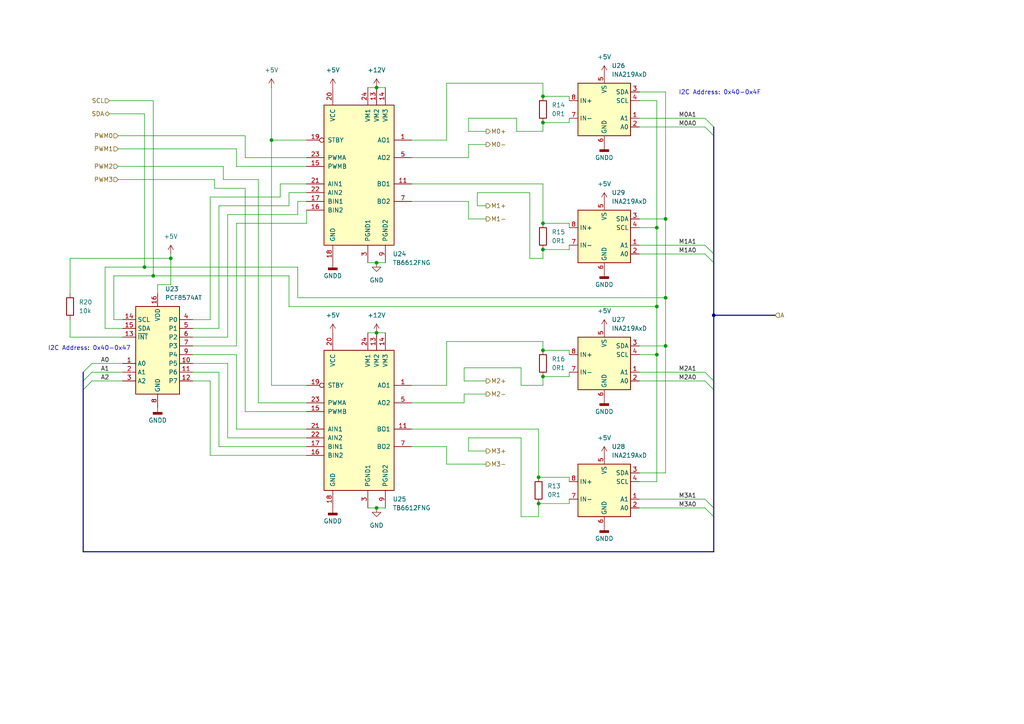
<source format=kicad_sch>
(kicad_sch
	(version 20250114)
	(generator "eeschema")
	(generator_version "9.0")
	(uuid "042ff7d9-0ebc-41d9-b719-94c84745b085")
	(paper "A4")
	(lib_symbols
		(symbol "Device:R"
			(pin_numbers
				(hide yes)
			)
			(pin_names
				(offset 0)
			)
			(exclude_from_sim no)
			(in_bom yes)
			(on_board yes)
			(property "Reference" "R"
				(at 2.032 0 90)
				(effects
					(font
						(size 1.27 1.27)
					)
				)
			)
			(property "Value" "R"
				(at 0 0 90)
				(effects
					(font
						(size 1.27 1.27)
					)
				)
			)
			(property "Footprint" ""
				(at -1.778 0 90)
				(effects
					(font
						(size 1.27 1.27)
					)
					(hide yes)
				)
			)
			(property "Datasheet" "~"
				(at 0 0 0)
				(effects
					(font
						(size 1.27 1.27)
					)
					(hide yes)
				)
			)
			(property "Description" "Resistor"
				(at 0 0 0)
				(effects
					(font
						(size 1.27 1.27)
					)
					(hide yes)
				)
			)
			(property "ki_keywords" "R res resistor"
				(at 0 0 0)
				(effects
					(font
						(size 1.27 1.27)
					)
					(hide yes)
				)
			)
			(property "ki_fp_filters" "R_*"
				(at 0 0 0)
				(effects
					(font
						(size 1.27 1.27)
					)
					(hide yes)
				)
			)
			(symbol "R_0_1"
				(rectangle
					(start -1.016 -2.54)
					(end 1.016 2.54)
					(stroke
						(width 0.254)
						(type default)
					)
					(fill
						(type none)
					)
				)
			)
			(symbol "R_1_1"
				(pin passive line
					(at 0 3.81 270)
					(length 1.27)
					(name "~"
						(effects
							(font
								(size 1.27 1.27)
							)
						)
					)
					(number "1"
						(effects
							(font
								(size 1.27 1.27)
							)
						)
					)
				)
				(pin passive line
					(at 0 -3.81 90)
					(length 1.27)
					(name "~"
						(effects
							(font
								(size 1.27 1.27)
							)
						)
					)
					(number "2"
						(effects
							(font
								(size 1.27 1.27)
							)
						)
					)
				)
			)
			(embedded_fonts no)
		)
		(symbol "Driver_Motor:TB6612FNG"
			(pin_names
				(offset 1.016)
			)
			(exclude_from_sim no)
			(in_bom yes)
			(on_board yes)
			(property "Reference" "U"
				(at 11.43 17.78 0)
				(effects
					(font
						(size 1.27 1.27)
					)
					(justify left)
				)
			)
			(property "Value" "TB6612FNG"
				(at 11.43 15.24 0)
				(effects
					(font
						(size 1.27 1.27)
					)
					(justify left)
				)
			)
			(property "Footprint" "Package_SO:SSOP-24_5.3x8.2mm_P0.65mm"
				(at 33.02 -22.86 0)
				(effects
					(font
						(size 1.27 1.27)
					)
					(hide yes)
				)
			)
			(property "Datasheet" "https://toshiba.semicon-storage.com/us/product/linear/motordriver/detail.TB6612FNG.html"
				(at 11.43 15.24 0)
				(effects
					(font
						(size 1.27 1.27)
					)
					(hide yes)
				)
			)
			(property "Description" "Driver IC for Dual DC motor, SSOP-24"
				(at 0 0 0)
				(effects
					(font
						(size 1.27 1.27)
					)
					(hide yes)
				)
			)
			(property "ki_keywords" "H-bridge motor driver"
				(at 0 0 0)
				(effects
					(font
						(size 1.27 1.27)
					)
					(hide yes)
				)
			)
			(property "ki_fp_filters" "SSOP-24*5.3x8.2mm*P0.65mm*"
				(at 0 0 0)
				(effects
					(font
						(size 1.27 1.27)
					)
					(hide yes)
				)
			)
			(symbol "TB6612FNG_0_1"
				(rectangle
					(start -10.16 20.32)
					(end 10.16 -20.32)
					(stroke
						(width 0.254)
						(type default)
					)
					(fill
						(type background)
					)
				)
			)
			(symbol "TB6612FNG_1_1"
				(pin input inverted
					(at -15.24 10.16 0)
					(length 5.08)
					(name "STBY"
						(effects
							(font
								(size 1.27 1.27)
							)
						)
					)
					(number "19"
						(effects
							(font
								(size 1.27 1.27)
							)
						)
					)
				)
				(pin input line
					(at -15.24 5.08 0)
					(length 5.08)
					(name "PWMA"
						(effects
							(font
								(size 1.27 1.27)
							)
						)
					)
					(number "23"
						(effects
							(font
								(size 1.27 1.27)
							)
						)
					)
				)
				(pin input line
					(at -15.24 2.54 0)
					(length 5.08)
					(name "PWMB"
						(effects
							(font
								(size 1.27 1.27)
							)
						)
					)
					(number "15"
						(effects
							(font
								(size 1.27 1.27)
							)
						)
					)
				)
				(pin input line
					(at -15.24 -2.54 0)
					(length 5.08)
					(name "AIN1"
						(effects
							(font
								(size 1.27 1.27)
							)
						)
					)
					(number "21"
						(effects
							(font
								(size 1.27 1.27)
							)
						)
					)
				)
				(pin input line
					(at -15.24 -5.08 0)
					(length 5.08)
					(name "AIN2"
						(effects
							(font
								(size 1.27 1.27)
							)
						)
					)
					(number "22"
						(effects
							(font
								(size 1.27 1.27)
							)
						)
					)
				)
				(pin input line
					(at -15.24 -7.62 0)
					(length 5.08)
					(name "BIN1"
						(effects
							(font
								(size 1.27 1.27)
							)
						)
					)
					(number "17"
						(effects
							(font
								(size 1.27 1.27)
							)
						)
					)
				)
				(pin input line
					(at -15.24 -10.16 0)
					(length 5.08)
					(name "BIN2"
						(effects
							(font
								(size 1.27 1.27)
							)
						)
					)
					(number "16"
						(effects
							(font
								(size 1.27 1.27)
							)
						)
					)
				)
				(pin power_in line
					(at -7.62 25.4 270)
					(length 5.08)
					(name "VCC"
						(effects
							(font
								(size 1.27 1.27)
							)
						)
					)
					(number "20"
						(effects
							(font
								(size 1.27 1.27)
							)
						)
					)
				)
				(pin power_in line
					(at -7.62 -25.4 90)
					(length 5.08)
					(name "GND"
						(effects
							(font
								(size 1.27 1.27)
							)
						)
					)
					(number "18"
						(effects
							(font
								(size 1.27 1.27)
							)
						)
					)
				)
				(pin power_in line
					(at 2.54 25.4 270)
					(length 5.08)
					(name "VM1"
						(effects
							(font
								(size 1.27 1.27)
							)
						)
					)
					(number "24"
						(effects
							(font
								(size 1.27 1.27)
							)
						)
					)
				)
				(pin power_in line
					(at 2.54 -25.4 90)
					(length 5.08)
					(name "PGND1"
						(effects
							(font
								(size 1.27 1.27)
							)
						)
					)
					(number "3"
						(effects
							(font
								(size 1.27 1.27)
							)
						)
					)
				)
				(pin passive line
					(at 2.54 -25.4 90)
					(length 5.08)
					(hide yes)
					(name "PGND1"
						(effects
							(font
								(size 1.27 1.27)
							)
						)
					)
					(number "4"
						(effects
							(font
								(size 1.27 1.27)
							)
						)
					)
				)
				(pin power_in line
					(at 5.08 25.4 270)
					(length 5.08)
					(name "VM2"
						(effects
							(font
								(size 1.27 1.27)
							)
						)
					)
					(number "13"
						(effects
							(font
								(size 1.27 1.27)
							)
						)
					)
				)
				(pin power_in line
					(at 7.62 25.4 270)
					(length 5.08)
					(name "VM3"
						(effects
							(font
								(size 1.27 1.27)
							)
						)
					)
					(number "14"
						(effects
							(font
								(size 1.27 1.27)
							)
						)
					)
				)
				(pin passive line
					(at 7.62 -25.4 90)
					(length 5.08)
					(hide yes)
					(name "PGND2"
						(effects
							(font
								(size 1.27 1.27)
							)
						)
					)
					(number "10"
						(effects
							(font
								(size 1.27 1.27)
							)
						)
					)
				)
				(pin power_in line
					(at 7.62 -25.4 90)
					(length 5.08)
					(name "PGND2"
						(effects
							(font
								(size 1.27 1.27)
							)
						)
					)
					(number "9"
						(effects
							(font
								(size 1.27 1.27)
							)
						)
					)
				)
				(pin output line
					(at 15.24 10.16 180)
					(length 5.08)
					(name "AO1"
						(effects
							(font
								(size 1.27 1.27)
							)
						)
					)
					(number "1"
						(effects
							(font
								(size 1.27 1.27)
							)
						)
					)
				)
				(pin passive line
					(at 15.24 10.16 180)
					(length 5.08)
					(hide yes)
					(name "AO1"
						(effects
							(font
								(size 1.27 1.27)
							)
						)
					)
					(number "2"
						(effects
							(font
								(size 1.27 1.27)
							)
						)
					)
				)
				(pin output line
					(at 15.24 5.08 180)
					(length 5.08)
					(name "AO2"
						(effects
							(font
								(size 1.27 1.27)
							)
						)
					)
					(number "5"
						(effects
							(font
								(size 1.27 1.27)
							)
						)
					)
				)
				(pin passive line
					(at 15.24 5.08 180)
					(length 5.08)
					(hide yes)
					(name "AO2"
						(effects
							(font
								(size 1.27 1.27)
							)
						)
					)
					(number "6"
						(effects
							(font
								(size 1.27 1.27)
							)
						)
					)
				)
				(pin output line
					(at 15.24 -2.54 180)
					(length 5.08)
					(name "BO1"
						(effects
							(font
								(size 1.27 1.27)
							)
						)
					)
					(number "11"
						(effects
							(font
								(size 1.27 1.27)
							)
						)
					)
				)
				(pin passive line
					(at 15.24 -2.54 180)
					(length 5.08)
					(hide yes)
					(name "BO1"
						(effects
							(font
								(size 1.27 1.27)
							)
						)
					)
					(number "12"
						(effects
							(font
								(size 1.27 1.27)
							)
						)
					)
				)
				(pin output line
					(at 15.24 -7.62 180)
					(length 5.08)
					(name "BO2"
						(effects
							(font
								(size 1.27 1.27)
							)
						)
					)
					(number "7"
						(effects
							(font
								(size 1.27 1.27)
							)
						)
					)
				)
				(pin passive line
					(at 15.24 -7.62 180)
					(length 5.08)
					(hide yes)
					(name "BO2"
						(effects
							(font
								(size 1.27 1.27)
							)
						)
					)
					(number "8"
						(effects
							(font
								(size 1.27 1.27)
							)
						)
					)
				)
			)
			(embedded_fonts no)
		)
		(symbol "Interface_Expansion:PCF8574AT"
			(exclude_from_sim no)
			(in_bom yes)
			(on_board yes)
			(property "Reference" "U"
				(at -6.35 12.954 0)
				(effects
					(font
						(size 1.27 1.27)
					)
					(justify left)
				)
			)
			(property "Value" "PCF8574AT"
				(at 3.048 12.954 0)
				(effects
					(font
						(size 1.27 1.27)
					)
					(justify left)
				)
			)
			(property "Footprint" "Package_SO:SOIC-16W_7.5x10.3mm_P1.27mm"
				(at 0 0 0)
				(effects
					(font
						(size 1.27 1.27)
					)
					(hide yes)
				)
			)
			(property "Datasheet" "http://www.nxp.com/docs/en/data-sheet/PCF8574_PCF8574A.pdf"
				(at 0 0 0)
				(effects
					(font
						(size 1.27 1.27)
					)
					(hide yes)
				)
			)
			(property "Description" "8 Bit Port/Expander to I2C Bus, fixed address bits 0b0111, SOIC-16"
				(at 0 0 0)
				(effects
					(font
						(size 1.27 1.27)
					)
					(hide yes)
				)
			)
			(property "ki_keywords" "I2C Expander"
				(at 0 0 0)
				(effects
					(font
						(size 1.27 1.27)
					)
					(hide yes)
				)
			)
			(property "ki_fp_filters" "SOIC*7.5x10.3mm*P1.27mm*"
				(at 0 0 0)
				(effects
					(font
						(size 1.27 1.27)
					)
					(hide yes)
				)
			)
			(symbol "PCF8574AT_0_1"
				(rectangle
					(start -6.35 -13.97)
					(end 6.35 11.43)
					(stroke
						(width 0.254)
						(type default)
					)
					(fill
						(type background)
					)
				)
			)
			(symbol "PCF8574AT_1_1"
				(pin input line
					(at -10.16 7.62 0)
					(length 3.81)
					(name "SCL"
						(effects
							(font
								(size 1.27 1.27)
							)
						)
					)
					(number "14"
						(effects
							(font
								(size 1.27 1.27)
							)
						)
					)
				)
				(pin bidirectional line
					(at -10.16 5.08 0)
					(length 3.81)
					(name "SDA"
						(effects
							(font
								(size 1.27 1.27)
							)
						)
					)
					(number "15"
						(effects
							(font
								(size 1.27 1.27)
							)
						)
					)
				)
				(pin open_collector line
					(at -10.16 2.54 0)
					(length 3.81)
					(name "~{INT}"
						(effects
							(font
								(size 1.27 1.27)
							)
						)
					)
					(number "13"
						(effects
							(font
								(size 1.27 1.27)
							)
						)
					)
				)
				(pin input line
					(at -10.16 -5.08 0)
					(length 3.81)
					(name "A0"
						(effects
							(font
								(size 1.27 1.27)
							)
						)
					)
					(number "1"
						(effects
							(font
								(size 1.27 1.27)
							)
						)
					)
				)
				(pin input line
					(at -10.16 -7.62 0)
					(length 3.81)
					(name "A1"
						(effects
							(font
								(size 1.27 1.27)
							)
						)
					)
					(number "2"
						(effects
							(font
								(size 1.27 1.27)
							)
						)
					)
				)
				(pin input line
					(at -10.16 -10.16 0)
					(length 3.81)
					(name "A2"
						(effects
							(font
								(size 1.27 1.27)
							)
						)
					)
					(number "3"
						(effects
							(font
								(size 1.27 1.27)
							)
						)
					)
				)
				(pin power_in line
					(at 0 15.24 270)
					(length 3.81)
					(name "VDD"
						(effects
							(font
								(size 1.27 1.27)
							)
						)
					)
					(number "16"
						(effects
							(font
								(size 1.27 1.27)
							)
						)
					)
				)
				(pin power_in line
					(at 0 -17.78 90)
					(length 3.81)
					(name "GND"
						(effects
							(font
								(size 1.27 1.27)
							)
						)
					)
					(number "8"
						(effects
							(font
								(size 1.27 1.27)
							)
						)
					)
				)
				(pin bidirectional line
					(at 10.16 7.62 180)
					(length 3.81)
					(name "P0"
						(effects
							(font
								(size 1.27 1.27)
							)
						)
					)
					(number "4"
						(effects
							(font
								(size 1.27 1.27)
							)
						)
					)
				)
				(pin bidirectional line
					(at 10.16 5.08 180)
					(length 3.81)
					(name "P1"
						(effects
							(font
								(size 1.27 1.27)
							)
						)
					)
					(number "5"
						(effects
							(font
								(size 1.27 1.27)
							)
						)
					)
				)
				(pin bidirectional line
					(at 10.16 2.54 180)
					(length 3.81)
					(name "P2"
						(effects
							(font
								(size 1.27 1.27)
							)
						)
					)
					(number "6"
						(effects
							(font
								(size 1.27 1.27)
							)
						)
					)
				)
				(pin bidirectional line
					(at 10.16 0 180)
					(length 3.81)
					(name "P3"
						(effects
							(font
								(size 1.27 1.27)
							)
						)
					)
					(number "7"
						(effects
							(font
								(size 1.27 1.27)
							)
						)
					)
				)
				(pin bidirectional line
					(at 10.16 -2.54 180)
					(length 3.81)
					(name "P4"
						(effects
							(font
								(size 1.27 1.27)
							)
						)
					)
					(number "9"
						(effects
							(font
								(size 1.27 1.27)
							)
						)
					)
				)
				(pin bidirectional line
					(at 10.16 -5.08 180)
					(length 3.81)
					(name "P5"
						(effects
							(font
								(size 1.27 1.27)
							)
						)
					)
					(number "10"
						(effects
							(font
								(size 1.27 1.27)
							)
						)
					)
				)
				(pin bidirectional line
					(at 10.16 -7.62 180)
					(length 3.81)
					(name "P6"
						(effects
							(font
								(size 1.27 1.27)
							)
						)
					)
					(number "11"
						(effects
							(font
								(size 1.27 1.27)
							)
						)
					)
				)
				(pin bidirectional line
					(at 10.16 -10.16 180)
					(length 3.81)
					(name "P7"
						(effects
							(font
								(size 1.27 1.27)
							)
						)
					)
					(number "12"
						(effects
							(font
								(size 1.27 1.27)
							)
						)
					)
				)
			)
			(embedded_fonts no)
		)
		(symbol "Sensor_Energy:INA219AxD"
			(exclude_from_sim no)
			(in_bom yes)
			(on_board yes)
			(property "Reference" "U"
				(at -6.35 8.89 0)
				(effects
					(font
						(size 1.27 1.27)
					)
				)
			)
			(property "Value" "INA219AxD"
				(at 5.08 8.89 0)
				(effects
					(font
						(size 1.27 1.27)
					)
				)
			)
			(property "Footprint" "Package_SO:SOIC-8_3.9x4.9mm_P1.27mm"
				(at 20.32 -8.89 0)
				(effects
					(font
						(size 1.27 1.27)
					)
					(hide yes)
				)
			)
			(property "Datasheet" "http://www.ti.com/lit/ds/symlink/ina219.pdf"
				(at 8.89 -2.54 0)
				(effects
					(font
						(size 1.27 1.27)
					)
					(hide yes)
				)
			)
			(property "Description" "Zero-Drift, Bidirectional Current/Power Monitor (0-26V) With I2C Interface, SOIC-8"
				(at 0 0 0)
				(effects
					(font
						(size 1.27 1.27)
					)
					(hide yes)
				)
			)
			(property "ki_keywords" "ADC I2C 16-Bit Oversampling Current Shunt"
				(at 0 0 0)
				(effects
					(font
						(size 1.27 1.27)
					)
					(hide yes)
				)
			)
			(property "ki_fp_filters" "SOIC*3.9x4.9mm*P1.27mm*"
				(at 0 0 0)
				(effects
					(font
						(size 1.27 1.27)
					)
					(hide yes)
				)
			)
			(symbol "INA219AxD_0_1"
				(rectangle
					(start -7.62 7.62)
					(end 7.62 -7.62)
					(stroke
						(width 0.254)
						(type default)
					)
					(fill
						(type background)
					)
				)
			)
			(symbol "INA219AxD_1_1"
				(pin input line
					(at -10.16 2.54 0)
					(length 2.54)
					(name "IN+"
						(effects
							(font
								(size 1.27 1.27)
							)
						)
					)
					(number "8"
						(effects
							(font
								(size 1.27 1.27)
							)
						)
					)
				)
				(pin input line
					(at -10.16 -2.54 0)
					(length 2.54)
					(name "IN-"
						(effects
							(font
								(size 1.27 1.27)
							)
						)
					)
					(number "7"
						(effects
							(font
								(size 1.27 1.27)
							)
						)
					)
				)
				(pin power_in line
					(at 0 10.16 270)
					(length 2.54)
					(name "VS"
						(effects
							(font
								(size 1.27 1.27)
							)
						)
					)
					(number "5"
						(effects
							(font
								(size 1.27 1.27)
							)
						)
					)
				)
				(pin power_in line
					(at 0 -10.16 90)
					(length 2.54)
					(name "GND"
						(effects
							(font
								(size 1.27 1.27)
							)
						)
					)
					(number "6"
						(effects
							(font
								(size 1.27 1.27)
							)
						)
					)
				)
				(pin bidirectional line
					(at 10.16 5.08 180)
					(length 2.54)
					(name "SDA"
						(effects
							(font
								(size 1.27 1.27)
							)
						)
					)
					(number "3"
						(effects
							(font
								(size 1.27 1.27)
							)
						)
					)
				)
				(pin input line
					(at 10.16 2.54 180)
					(length 2.54)
					(name "SCL"
						(effects
							(font
								(size 1.27 1.27)
							)
						)
					)
					(number "4"
						(effects
							(font
								(size 1.27 1.27)
							)
						)
					)
				)
				(pin input line
					(at 10.16 -2.54 180)
					(length 2.54)
					(name "A1"
						(effects
							(font
								(size 1.27 1.27)
							)
						)
					)
					(number "1"
						(effects
							(font
								(size 1.27 1.27)
							)
						)
					)
				)
				(pin input line
					(at 10.16 -5.08 180)
					(length 2.54)
					(name "A0"
						(effects
							(font
								(size 1.27 1.27)
							)
						)
					)
					(number "2"
						(effects
							(font
								(size 1.27 1.27)
							)
						)
					)
				)
			)
			(embedded_fonts no)
		)
		(symbol "power:+12V"
			(power)
			(pin_numbers
				(hide yes)
			)
			(pin_names
				(offset 0)
				(hide yes)
			)
			(exclude_from_sim no)
			(in_bom yes)
			(on_board yes)
			(property "Reference" "#PWR"
				(at 0 -3.81 0)
				(effects
					(font
						(size 1.27 1.27)
					)
					(hide yes)
				)
			)
			(property "Value" "+12V"
				(at 0 3.556 0)
				(effects
					(font
						(size 1.27 1.27)
					)
				)
			)
			(property "Footprint" ""
				(at 0 0 0)
				(effects
					(font
						(size 1.27 1.27)
					)
					(hide yes)
				)
			)
			(property "Datasheet" ""
				(at 0 0 0)
				(effects
					(font
						(size 1.27 1.27)
					)
					(hide yes)
				)
			)
			(property "Description" "Power symbol creates a global label with name \"+12V\""
				(at 0 0 0)
				(effects
					(font
						(size 1.27 1.27)
					)
					(hide yes)
				)
			)
			(property "ki_keywords" "global power"
				(at 0 0 0)
				(effects
					(font
						(size 1.27 1.27)
					)
					(hide yes)
				)
			)
			(symbol "+12V_0_1"
				(polyline
					(pts
						(xy -0.762 1.27) (xy 0 2.54)
					)
					(stroke
						(width 0)
						(type default)
					)
					(fill
						(type none)
					)
				)
				(polyline
					(pts
						(xy 0 2.54) (xy 0.762 1.27)
					)
					(stroke
						(width 0)
						(type default)
					)
					(fill
						(type none)
					)
				)
				(polyline
					(pts
						(xy 0 0) (xy 0 2.54)
					)
					(stroke
						(width 0)
						(type default)
					)
					(fill
						(type none)
					)
				)
			)
			(symbol "+12V_1_1"
				(pin power_in line
					(at 0 0 90)
					(length 0)
					(name "~"
						(effects
							(font
								(size 1.27 1.27)
							)
						)
					)
					(number "1"
						(effects
							(font
								(size 1.27 1.27)
							)
						)
					)
				)
			)
			(embedded_fonts no)
		)
		(symbol "power:+5V"
			(power)
			(pin_numbers
				(hide yes)
			)
			(pin_names
				(offset 0)
				(hide yes)
			)
			(exclude_from_sim no)
			(in_bom yes)
			(on_board yes)
			(property "Reference" "#PWR"
				(at 0 -3.81 0)
				(effects
					(font
						(size 1.27 1.27)
					)
					(hide yes)
				)
			)
			(property "Value" "+5V"
				(at 0 3.556 0)
				(effects
					(font
						(size 1.27 1.27)
					)
				)
			)
			(property "Footprint" ""
				(at 0 0 0)
				(effects
					(font
						(size 1.27 1.27)
					)
					(hide yes)
				)
			)
			(property "Datasheet" ""
				(at 0 0 0)
				(effects
					(font
						(size 1.27 1.27)
					)
					(hide yes)
				)
			)
			(property "Description" "Power symbol creates a global label with name \"+5V\""
				(at 0 0 0)
				(effects
					(font
						(size 1.27 1.27)
					)
					(hide yes)
				)
			)
			(property "ki_keywords" "global power"
				(at 0 0 0)
				(effects
					(font
						(size 1.27 1.27)
					)
					(hide yes)
				)
			)
			(symbol "+5V_0_1"
				(polyline
					(pts
						(xy -0.762 1.27) (xy 0 2.54)
					)
					(stroke
						(width 0)
						(type default)
					)
					(fill
						(type none)
					)
				)
				(polyline
					(pts
						(xy 0 2.54) (xy 0.762 1.27)
					)
					(stroke
						(width 0)
						(type default)
					)
					(fill
						(type none)
					)
				)
				(polyline
					(pts
						(xy 0 0) (xy 0 2.54)
					)
					(stroke
						(width 0)
						(type default)
					)
					(fill
						(type none)
					)
				)
			)
			(symbol "+5V_1_1"
				(pin power_in line
					(at 0 0 90)
					(length 0)
					(name "~"
						(effects
							(font
								(size 1.27 1.27)
							)
						)
					)
					(number "1"
						(effects
							(font
								(size 1.27 1.27)
							)
						)
					)
				)
			)
			(embedded_fonts no)
		)
		(symbol "power:GND"
			(power)
			(pin_numbers
				(hide yes)
			)
			(pin_names
				(offset 0)
				(hide yes)
			)
			(exclude_from_sim no)
			(in_bom yes)
			(on_board yes)
			(property "Reference" "#PWR"
				(at 0 -6.35 0)
				(effects
					(font
						(size 1.27 1.27)
					)
					(hide yes)
				)
			)
			(property "Value" "GND"
				(at 0 -3.81 0)
				(effects
					(font
						(size 1.27 1.27)
					)
				)
			)
			(property "Footprint" ""
				(at 0 0 0)
				(effects
					(font
						(size 1.27 1.27)
					)
					(hide yes)
				)
			)
			(property "Datasheet" ""
				(at 0 0 0)
				(effects
					(font
						(size 1.27 1.27)
					)
					(hide yes)
				)
			)
			(property "Description" "Power symbol creates a global label with name \"GND\" , ground"
				(at 0 0 0)
				(effects
					(font
						(size 1.27 1.27)
					)
					(hide yes)
				)
			)
			(property "ki_keywords" "global power"
				(at 0 0 0)
				(effects
					(font
						(size 1.27 1.27)
					)
					(hide yes)
				)
			)
			(symbol "GND_0_1"
				(polyline
					(pts
						(xy 0 0) (xy 0 -1.27) (xy 1.27 -1.27) (xy 0 -2.54) (xy -1.27 -1.27) (xy 0 -1.27)
					)
					(stroke
						(width 0)
						(type default)
					)
					(fill
						(type none)
					)
				)
			)
			(symbol "GND_1_1"
				(pin power_in line
					(at 0 0 270)
					(length 0)
					(name "~"
						(effects
							(font
								(size 1.27 1.27)
							)
						)
					)
					(number "1"
						(effects
							(font
								(size 1.27 1.27)
							)
						)
					)
				)
			)
			(embedded_fonts no)
		)
		(symbol "power:GNDD"
			(power)
			(pin_numbers
				(hide yes)
			)
			(pin_names
				(offset 0)
				(hide yes)
			)
			(exclude_from_sim no)
			(in_bom yes)
			(on_board yes)
			(property "Reference" "#PWR"
				(at 0 -6.35 0)
				(effects
					(font
						(size 1.27 1.27)
					)
					(hide yes)
				)
			)
			(property "Value" "GNDD"
				(at 0 -3.175 0)
				(effects
					(font
						(size 1.27 1.27)
					)
				)
			)
			(property "Footprint" ""
				(at 0 0 0)
				(effects
					(font
						(size 1.27 1.27)
					)
					(hide yes)
				)
			)
			(property "Datasheet" ""
				(at 0 0 0)
				(effects
					(font
						(size 1.27 1.27)
					)
					(hide yes)
				)
			)
			(property "Description" "Power symbol creates a global label with name \"GNDD\" , digital ground"
				(at 0 0 0)
				(effects
					(font
						(size 1.27 1.27)
					)
					(hide yes)
				)
			)
			(property "ki_keywords" "global power"
				(at 0 0 0)
				(effects
					(font
						(size 1.27 1.27)
					)
					(hide yes)
				)
			)
			(symbol "GNDD_0_1"
				(rectangle
					(start -1.27 -1.524)
					(end 1.27 -2.032)
					(stroke
						(width 0.254)
						(type default)
					)
					(fill
						(type outline)
					)
				)
				(polyline
					(pts
						(xy 0 0) (xy 0 -1.524)
					)
					(stroke
						(width 0)
						(type default)
					)
					(fill
						(type none)
					)
				)
			)
			(symbol "GNDD_1_1"
				(pin power_in line
					(at 0 0 270)
					(length 0)
					(name "~"
						(effects
							(font
								(size 1.27 1.27)
							)
						)
					)
					(number "1"
						(effects
							(font
								(size 1.27 1.27)
							)
						)
					)
				)
			)
			(embedded_fonts no)
		)
	)
	(text "I2C Address: 0x40-0x4F"
		(exclude_from_sim no)
		(at 208.788 26.924 0)
		(effects
			(font
				(size 1.27 1.27)
			)
		)
		(uuid "0f6a104b-e4b5-4bdf-b0d0-608930fbe958")
	)
	(text "I2C Address: 0x40-0x47"
		(exclude_from_sim no)
		(at 25.908 101.092 0)
		(effects
			(font
				(size 1.27 1.27)
			)
		)
		(uuid "745147c5-3aaa-4f4f-ac4b-babb5d799cd6")
	)
	(junction
		(at 190.5 102.87)
		(diameter 0)
		(color 0 0 0 0)
		(uuid "05deac95-52ac-467c-a950-436f166a7e9b")
	)
	(junction
		(at 109.22 96.52)
		(diameter 0)
		(color 0 0 0 0)
		(uuid "064d5335-0f0d-4bcb-8373-ca2312f93c29")
	)
	(junction
		(at 156.21 146.05)
		(diameter 0)
		(color 0 0 0 0)
		(uuid "07596793-a87c-4afa-bbfe-a3c5070e8ef0")
	)
	(junction
		(at 190.5 88.9)
		(diameter 0)
		(color 0 0 0 0)
		(uuid "123fffc0-5e00-4585-a94c-ef2cd6f39c76")
	)
	(junction
		(at 78.74 40.64)
		(diameter 0)
		(color 0 0 0 0)
		(uuid "14a2d24a-8ea0-4dbe-98d6-6e037c85159c")
	)
	(junction
		(at 193.04 86.36)
		(diameter 0)
		(color 0 0 0 0)
		(uuid "15b5087c-070c-46ba-bb33-338320512ac1")
	)
	(junction
		(at 207.01 91.44)
		(diameter 0)
		(color 0 0 0 0)
		(uuid "1724dfd2-6507-42ab-84e7-fc6037bfbd99")
	)
	(junction
		(at 157.48 35.56)
		(diameter 0)
		(color 0 0 0 0)
		(uuid "2404dab3-76c8-477c-b9d1-fb2940583488")
	)
	(junction
		(at 157.48 27.94)
		(diameter 0)
		(color 0 0 0 0)
		(uuid "2558501a-31d8-4c27-b12d-241b48dd35a0")
	)
	(junction
		(at 156.21 138.43)
		(diameter 0)
		(color 0 0 0 0)
		(uuid "59fca3df-d814-4b57-9db5-19c2f9c3e2c4")
	)
	(junction
		(at 49.53 74.93)
		(diameter 0)
		(color 0 0 0 0)
		(uuid "673eca8b-c118-4110-a428-090ec434d929")
	)
	(junction
		(at 193.04 100.33)
		(diameter 0)
		(color 0 0 0 0)
		(uuid "687e2c38-6167-4e07-91ae-f09c565d3a34")
	)
	(junction
		(at 157.48 109.22)
		(diameter 0)
		(color 0 0 0 0)
		(uuid "6ca6245d-1daa-4fc1-95c9-738179b20c29")
	)
	(junction
		(at 109.22 76.2)
		(diameter 0)
		(color 0 0 0 0)
		(uuid "6e7ad7db-8ae6-4c5d-aacc-84c277b1d909")
	)
	(junction
		(at 157.48 64.77)
		(diameter 0)
		(color 0 0 0 0)
		(uuid "8e755a2b-9299-484c-a845-9b09b717ebd8")
	)
	(junction
		(at 109.22 147.32)
		(diameter 0)
		(color 0 0 0 0)
		(uuid "92c9be2e-c548-462e-b31f-68eca2134132")
	)
	(junction
		(at 190.5 66.04)
		(diameter 0)
		(color 0 0 0 0)
		(uuid "98da1fde-b0f4-47f9-bc61-a45efa02ea65")
	)
	(junction
		(at 109.22 25.4)
		(diameter 0)
		(color 0 0 0 0)
		(uuid "ae780de0-b8a6-4617-9727-dcc465cf4740")
	)
	(junction
		(at 41.91 77.47)
		(diameter 0)
		(color 0 0 0 0)
		(uuid "b4c52096-f163-4b78-8967-b54e35f01f39")
	)
	(junction
		(at 193.04 63.5)
		(diameter 0)
		(color 0 0 0 0)
		(uuid "c1a2e589-32a3-4a11-9f86-5ca11697538b")
	)
	(junction
		(at 44.45 80.01)
		(diameter 0)
		(color 0 0 0 0)
		(uuid "cd3dd29e-0ed4-47a1-bb07-47b5f83ded61")
	)
	(junction
		(at 157.48 72.39)
		(diameter 0)
		(color 0 0 0 0)
		(uuid "d5f817c4-605c-4cba-87da-fffde4d19b2b")
	)
	(junction
		(at 157.48 101.6)
		(diameter 0)
		(color 0 0 0 0)
		(uuid "e2e605c7-5091-4caa-9319-53346c249a24")
	)
	(bus_entry
		(at 204.47 73.66)
		(size 2.54 2.54)
		(stroke
			(width 0)
			(type default)
		)
		(uuid "04f153b1-3dd7-4643-95e9-5eaebaefdb8e")
	)
	(bus_entry
		(at 24.13 110.49)
		(size 2.54 -2.54)
		(stroke
			(width 0)
			(type default)
		)
		(uuid "0e6330c4-43c2-412b-82b6-c0ced46f7f11")
	)
	(bus_entry
		(at 204.47 34.29)
		(size 2.54 2.54)
		(stroke
			(width 0)
			(type default)
		)
		(uuid "1b9364bc-f5d8-4230-98bf-0351fdab37f3")
	)
	(bus_entry
		(at 204.47 71.12)
		(size 2.54 2.54)
		(stroke
			(width 0)
			(type default)
		)
		(uuid "1cb61fb8-b83c-4568-a19c-472032e2af36")
	)
	(bus_entry
		(at 204.47 36.83)
		(size 2.54 2.54)
		(stroke
			(width 0)
			(type default)
		)
		(uuid "4b449500-67cc-405a-9d82-13559d5f367a")
	)
	(bus_entry
		(at 204.47 144.78)
		(size 2.54 2.54)
		(stroke
			(width 0)
			(type default)
		)
		(uuid "4fdffc51-3205-46e9-9116-4fea45ebe946")
	)
	(bus_entry
		(at 204.47 110.49)
		(size 2.54 2.54)
		(stroke
			(width 0)
			(type default)
		)
		(uuid "7c3f703a-4ed7-4708-8ef4-e9beb3f1f888")
	)
	(bus_entry
		(at 204.47 107.95)
		(size 2.54 2.54)
		(stroke
			(width 0)
			(type default)
		)
		(uuid "8c85bc91-50f8-44c2-86c2-fa8e2d4f23d5")
	)
	(bus_entry
		(at 204.47 147.32)
		(size 2.54 2.54)
		(stroke
			(width 0)
			(type default)
		)
		(uuid "919c8028-b3b8-4898-9900-579ca1082077")
	)
	(bus_entry
		(at 24.13 113.03)
		(size 2.54 -2.54)
		(stroke
			(width 0)
			(type default)
		)
		(uuid "99ac5766-d3b3-41cb-ba96-379df540773f")
	)
	(bus_entry
		(at 24.13 107.95)
		(size 2.54 -2.54)
		(stroke
			(width 0)
			(type default)
		)
		(uuid "eb0ab235-e252-4279-aea2-2ec3a8c1e28f")
	)
	(wire
		(pts
			(xy 140.97 110.49) (xy 134.62 110.49)
		)
		(stroke
			(width 0)
			(type default)
		)
		(uuid "023753c7-b791-4797-b781-c3f1c557789e")
	)
	(wire
		(pts
			(xy 135.89 34.29) (xy 135.89 38.1)
		)
		(stroke
			(width 0)
			(type default)
		)
		(uuid "027cbd06-10de-48f6-bd67-5facd8071da7")
	)
	(wire
		(pts
			(xy 157.48 111.76) (xy 157.48 109.22)
		)
		(stroke
			(width 0)
			(type default)
		)
		(uuid "03151c3f-00ea-4191-84ff-c7bf5ae3018e")
	)
	(wire
		(pts
			(xy 86.36 62.23) (xy 86.36 58.42)
		)
		(stroke
			(width 0)
			(type default)
		)
		(uuid "0337682a-ab67-4157-b271-f497996dcc38")
	)
	(wire
		(pts
			(xy 190.5 88.9) (xy 190.5 102.87)
		)
		(stroke
			(width 0)
			(type default)
		)
		(uuid "058a7f81-d3dc-4419-9ea6-84fc7c459799")
	)
	(wire
		(pts
			(xy 88.9 127) (xy 66.04 127)
		)
		(stroke
			(width 0)
			(type default)
		)
		(uuid "07ba6b4a-3cf6-474f-9715-744460f10e46")
	)
	(wire
		(pts
			(xy 156.21 138.43) (xy 165.1 138.43)
		)
		(stroke
			(width 0)
			(type default)
		)
		(uuid "08691924-3ce2-434b-b362-3b5641a367e8")
	)
	(wire
		(pts
			(xy 49.53 73.66) (xy 49.53 74.93)
		)
		(stroke
			(width 0)
			(type default)
		)
		(uuid "0930aaae-aedb-4870-8139-3421a590ef4f")
	)
	(bus
		(pts
			(xy 207.01 113.03) (xy 207.01 147.32)
		)
		(stroke
			(width 0)
			(type default)
		)
		(uuid "09aa933f-ac97-4688-aa4c-bcd9076f2f64")
	)
	(wire
		(pts
			(xy 55.88 107.95) (xy 63.5 107.95)
		)
		(stroke
			(width 0)
			(type default)
		)
		(uuid "09ef47a3-4d73-47d3-baec-af29f65a1e76")
	)
	(wire
		(pts
			(xy 49.53 74.93) (xy 49.53 82.55)
		)
		(stroke
			(width 0)
			(type default)
		)
		(uuid "0b7e3a44-0732-4a1c-8e80-4ce22249c7fc")
	)
	(wire
		(pts
			(xy 55.88 95.25) (xy 63.5 95.25)
		)
		(stroke
			(width 0)
			(type default)
		)
		(uuid "0f8eeb25-5ec2-47fe-a0db-cb89346acf81")
	)
	(wire
		(pts
			(xy 129.54 99.06) (xy 157.48 99.06)
		)
		(stroke
			(width 0)
			(type default)
		)
		(uuid "11c35bea-8c51-481d-9aff-0561d03952ec")
	)
	(bus
		(pts
			(xy 207.01 110.49) (xy 207.01 113.03)
		)
		(stroke
			(width 0)
			(type default)
		)
		(uuid "12d46e29-bd08-4d7f-a71a-f3c462bad522")
	)
	(wire
		(pts
			(xy 30.48 95.25) (xy 30.48 77.47)
		)
		(stroke
			(width 0)
			(type default)
		)
		(uuid "13d2509b-21ab-4115-b55a-778189187e42")
	)
	(wire
		(pts
			(xy 129.54 111.76) (xy 129.54 99.06)
		)
		(stroke
			(width 0)
			(type default)
		)
		(uuid "146d7d53-58c8-4586-8bcb-4e9ed44c3cc2")
	)
	(wire
		(pts
			(xy 83.82 55.88) (xy 88.9 55.88)
		)
		(stroke
			(width 0)
			(type default)
		)
		(uuid "180d0447-0b47-4f74-8af9-fd1cda19c9c6")
	)
	(wire
		(pts
			(xy 165.1 138.43) (xy 165.1 139.7)
		)
		(stroke
			(width 0)
			(type default)
		)
		(uuid "189449ee-e53f-43d6-990e-2dcd01bad392")
	)
	(wire
		(pts
			(xy 134.62 106.68) (xy 151.13 106.68)
		)
		(stroke
			(width 0)
			(type default)
		)
		(uuid "1cfdf312-cbaa-4388-a774-76b4e9fd34b8")
	)
	(wire
		(pts
			(xy 193.04 86.36) (xy 193.04 100.33)
		)
		(stroke
			(width 0)
			(type default)
		)
		(uuid "1ddb5383-e302-4ce5-b99f-84aeae9ea748")
	)
	(wire
		(pts
			(xy 157.48 74.93) (xy 157.48 72.39)
		)
		(stroke
			(width 0)
			(type default)
		)
		(uuid "21673e28-b63a-41cb-bd85-6b17b5e1e9fa")
	)
	(wire
		(pts
			(xy 193.04 100.33) (xy 185.42 100.33)
		)
		(stroke
			(width 0)
			(type default)
		)
		(uuid "2342c605-93bf-46e1-8661-eaf3f439cab0")
	)
	(wire
		(pts
			(xy 119.38 116.84) (xy 134.62 116.84)
		)
		(stroke
			(width 0)
			(type default)
		)
		(uuid "23b0c060-1589-4115-ac29-7dc2dbdc1553")
	)
	(wire
		(pts
			(xy 34.29 52.07) (xy 62.23 52.07)
		)
		(stroke
			(width 0)
			(type default)
		)
		(uuid "251c6c84-bed7-4953-b1d6-022b98a3681b")
	)
	(bus
		(pts
			(xy 24.13 110.49) (xy 24.13 113.03)
		)
		(stroke
			(width 0)
			(type default)
		)
		(uuid "2655cff8-84f2-4372-b7be-b267b506b2d4")
	)
	(wire
		(pts
			(xy 185.42 63.5) (xy 193.04 63.5)
		)
		(stroke
			(width 0)
			(type default)
		)
		(uuid "26fe0fce-e2e7-471c-bda2-886d40a4c720")
	)
	(wire
		(pts
			(xy 71.12 39.37) (xy 34.29 39.37)
		)
		(stroke
			(width 0)
			(type default)
		)
		(uuid "285f2c1a-8869-4eab-9912-2f4a9c3e3006")
	)
	(wire
		(pts
			(xy 74.93 52.07) (xy 64.77 52.07)
		)
		(stroke
			(width 0)
			(type default)
		)
		(uuid "290d25a0-d0da-42e0-9637-4fc2f50a7c3e")
	)
	(wire
		(pts
			(xy 45.72 82.55) (xy 45.72 85.09)
		)
		(stroke
			(width 0)
			(type default)
		)
		(uuid "2c49318f-db88-4063-8230-b1ac7fd82677")
	)
	(wire
		(pts
			(xy 135.89 127) (xy 151.13 127)
		)
		(stroke
			(width 0)
			(type default)
		)
		(uuid "2cff5960-aa36-44cf-835c-c4597770eaf3")
	)
	(wire
		(pts
			(xy 190.5 66.04) (xy 190.5 88.9)
		)
		(stroke
			(width 0)
			(type default)
		)
		(uuid "2e4f7167-6677-47b9-9da3-d40c0a2418bf")
	)
	(wire
		(pts
			(xy 151.13 111.76) (xy 157.48 111.76)
		)
		(stroke
			(width 0)
			(type default)
		)
		(uuid "30d8f1e7-0851-4be8-9aa0-4a859a4e80f6")
	)
	(wire
		(pts
			(xy 119.38 53.34) (xy 157.48 53.34)
		)
		(stroke
			(width 0)
			(type default)
		)
		(uuid "31ac73a9-2f48-48fe-830a-4a41e1436f01")
	)
	(wire
		(pts
			(xy 26.67 107.95) (xy 35.56 107.95)
		)
		(stroke
			(width 0)
			(type default)
		)
		(uuid "32c2ca22-31e4-49c0-b1c0-c110a7bdf9e7")
	)
	(wire
		(pts
			(xy 153.67 74.93) (xy 157.48 74.93)
		)
		(stroke
			(width 0)
			(type default)
		)
		(uuid "32d53c46-176d-4709-8c61-3810bcc4d6a3")
	)
	(wire
		(pts
			(xy 190.5 102.87) (xy 190.5 139.7)
		)
		(stroke
			(width 0)
			(type default)
		)
		(uuid "349a79b7-3171-4ba7-a3d1-e3f824012292")
	)
	(wire
		(pts
			(xy 157.48 35.56) (xy 165.1 35.56)
		)
		(stroke
			(width 0)
			(type default)
		)
		(uuid "35cb5777-d85d-4b03-960d-a8c3059cbe32")
	)
	(wire
		(pts
			(xy 30.48 77.47) (xy 41.91 77.47)
		)
		(stroke
			(width 0)
			(type default)
		)
		(uuid "36041b0a-f12e-4def-b0be-200d1b97ad4f")
	)
	(wire
		(pts
			(xy 83.82 88.9) (xy 190.5 88.9)
		)
		(stroke
			(width 0)
			(type default)
		)
		(uuid "3624561c-c859-4030-b540-57d45210cda0")
	)
	(wire
		(pts
			(xy 26.67 110.49) (xy 35.56 110.49)
		)
		(stroke
			(width 0)
			(type default)
		)
		(uuid "365adef5-e727-4825-a112-b9cd8b6e26fd")
	)
	(wire
		(pts
			(xy 165.1 144.78) (xy 165.1 146.05)
		)
		(stroke
			(width 0)
			(type default)
		)
		(uuid "365b6da4-3a0f-4a69-bcd2-85953b159e6c")
	)
	(wire
		(pts
			(xy 35.56 95.25) (xy 30.48 95.25)
		)
		(stroke
			(width 0)
			(type default)
		)
		(uuid "38c7df23-5036-4539-aaf7-080e9e0d3bf4")
	)
	(wire
		(pts
			(xy 106.68 76.2) (xy 109.22 76.2)
		)
		(stroke
			(width 0)
			(type default)
		)
		(uuid "3a714a11-e88b-4101-aea6-c6982066440d")
	)
	(wire
		(pts
			(xy 157.48 24.13) (xy 157.48 27.94)
		)
		(stroke
			(width 0)
			(type default)
		)
		(uuid "3a777f81-191f-4428-9acc-5526a4df9093")
	)
	(wire
		(pts
			(xy 193.04 26.67) (xy 193.04 63.5)
		)
		(stroke
			(width 0)
			(type default)
		)
		(uuid "3e115d13-a7d2-469f-b499-5899ec455ef8")
	)
	(wire
		(pts
			(xy 31.75 33.02) (xy 41.91 33.02)
		)
		(stroke
			(width 0)
			(type default)
		)
		(uuid "3f6ace52-d906-438b-a606-43531032897e")
	)
	(wire
		(pts
			(xy 62.23 54.61) (xy 62.23 52.07)
		)
		(stroke
			(width 0)
			(type default)
		)
		(uuid "41d8fe41-c7c3-4c1b-bdad-400be41cb1bb")
	)
	(wire
		(pts
			(xy 151.13 149.86) (xy 156.21 149.86)
		)
		(stroke
			(width 0)
			(type default)
		)
		(uuid "469b9ae6-8882-4386-bf8b-857a7a89fc7d")
	)
	(wire
		(pts
			(xy 149.86 34.29) (xy 135.89 34.29)
		)
		(stroke
			(width 0)
			(type default)
		)
		(uuid "46ba0ed3-5b9d-4d4c-b694-fb229243bcbe")
	)
	(wire
		(pts
			(xy 68.58 100.33) (xy 68.58 64.77)
		)
		(stroke
			(width 0)
			(type default)
		)
		(uuid "48072102-dac5-41fb-9c36-c9295563c8a2")
	)
	(wire
		(pts
			(xy 119.38 129.54) (xy 129.54 129.54)
		)
		(stroke
			(width 0)
			(type default)
		)
		(uuid "4be1208a-128e-4fa2-9d11-cb9f4a9aa6ee")
	)
	(wire
		(pts
			(xy 135.89 130.81) (xy 135.89 127)
		)
		(stroke
			(width 0)
			(type default)
		)
		(uuid "4c06f73c-3903-4c86-9514-03cc1eb1bdc5")
	)
	(wire
		(pts
			(xy 129.54 40.64) (xy 129.54 24.13)
		)
		(stroke
			(width 0)
			(type default)
		)
		(uuid "4c202096-9cc1-4dbd-b33a-08d62499730e")
	)
	(wire
		(pts
			(xy 193.04 63.5) (xy 193.04 86.36)
		)
		(stroke
			(width 0)
			(type default)
		)
		(uuid "4c2caf13-197b-4b49-93a0-d61970309cb8")
	)
	(wire
		(pts
			(xy 134.62 114.3) (xy 140.97 114.3)
		)
		(stroke
			(width 0)
			(type default)
		)
		(uuid "4c6a0a65-1e9b-450c-b71e-ee164dcac733")
	)
	(wire
		(pts
			(xy 185.42 139.7) (xy 190.5 139.7)
		)
		(stroke
			(width 0)
			(type default)
		)
		(uuid "4d3d7bf1-a39b-4979-9200-ad753c35b28c")
	)
	(wire
		(pts
			(xy 35.56 92.71) (xy 33.02 92.71)
		)
		(stroke
			(width 0)
			(type default)
		)
		(uuid "50f70f96-0b5e-42c6-ba81-58f752d0ef0a")
	)
	(wire
		(pts
			(xy 190.5 29.21) (xy 190.5 66.04)
		)
		(stroke
			(width 0)
			(type default)
		)
		(uuid "53257b05-f19b-4c60-8861-372c5bf145a8")
	)
	(wire
		(pts
			(xy 119.38 40.64) (xy 129.54 40.64)
		)
		(stroke
			(width 0)
			(type default)
		)
		(uuid "53e221e6-eb06-4ddc-8ba0-adfb4f66c75b")
	)
	(wire
		(pts
			(xy 106.68 25.4) (xy 109.22 25.4)
		)
		(stroke
			(width 0)
			(type default)
		)
		(uuid "5537fa9d-c9a2-4007-b988-1c84db5a61bf")
	)
	(wire
		(pts
			(xy 129.54 24.13) (xy 157.48 24.13)
		)
		(stroke
			(width 0)
			(type default)
		)
		(uuid "56debaab-c9e8-48a5-a328-1b58e6958597")
	)
	(bus
		(pts
			(xy 207.01 147.32) (xy 207.01 149.86)
		)
		(stroke
			(width 0)
			(type default)
		)
		(uuid "5730056f-8c24-4069-82ef-1c80b277c4f3")
	)
	(wire
		(pts
			(xy 55.88 100.33) (xy 68.58 100.33)
		)
		(stroke
			(width 0)
			(type default)
		)
		(uuid "58253fd1-118d-4432-bc2f-49b1a222eb81")
	)
	(wire
		(pts
			(xy 185.42 71.12) (xy 204.47 71.12)
		)
		(stroke
			(width 0)
			(type default)
		)
		(uuid "5a76e38a-b6da-4d95-8df5-d425ac44ed86")
	)
	(wire
		(pts
			(xy 109.22 25.4) (xy 111.76 25.4)
		)
		(stroke
			(width 0)
			(type default)
		)
		(uuid "5a7710c0-979f-4e5a-b84b-975bd470cd30")
	)
	(wire
		(pts
			(xy 151.13 127) (xy 151.13 149.86)
		)
		(stroke
			(width 0)
			(type default)
		)
		(uuid "5b1503f5-9026-4101-835c-75a6a8a138e7")
	)
	(wire
		(pts
			(xy 44.45 80.01) (xy 83.82 80.01)
		)
		(stroke
			(width 0)
			(type default)
		)
		(uuid "5bfb1ef4-fd74-4afc-8e3c-12663df1c3ed")
	)
	(wire
		(pts
			(xy 157.48 72.39) (xy 165.1 72.39)
		)
		(stroke
			(width 0)
			(type default)
		)
		(uuid "5cee7502-580e-4b12-a6fb-76878ba0566d")
	)
	(wire
		(pts
			(xy 165.1 64.77) (xy 157.48 64.77)
		)
		(stroke
			(width 0)
			(type default)
		)
		(uuid "5e3ea29f-ebe3-4f05-aa3c-2bd6a0a02f0c")
	)
	(wire
		(pts
			(xy 156.21 124.46) (xy 156.21 138.43)
		)
		(stroke
			(width 0)
			(type default)
		)
		(uuid "5eb490c5-72f5-4ea7-8dfb-a140c8b4e711")
	)
	(wire
		(pts
			(xy 33.02 80.01) (xy 44.45 80.01)
		)
		(stroke
			(width 0)
			(type default)
		)
		(uuid "5f692d90-8deb-454a-9c99-4e5ec7b5e817")
	)
	(wire
		(pts
			(xy 63.5 59.69) (xy 83.82 59.69)
		)
		(stroke
			(width 0)
			(type default)
		)
		(uuid "5f7f4141-a439-4e64-985c-b6007b6c524a")
	)
	(wire
		(pts
			(xy 66.04 97.79) (xy 66.04 62.23)
		)
		(stroke
			(width 0)
			(type default)
		)
		(uuid "6032b614-41de-48f5-8c0e-ad50bce5013f")
	)
	(wire
		(pts
			(xy 83.82 59.69) (xy 83.82 55.88)
		)
		(stroke
			(width 0)
			(type default)
		)
		(uuid "60d26f72-a393-48ef-8bf2-7a013a8070af")
	)
	(wire
		(pts
			(xy 193.04 100.33) (xy 193.04 137.16)
		)
		(stroke
			(width 0)
			(type default)
		)
		(uuid "62d6dfdd-9a0a-41bc-98fb-af65e9905e08")
	)
	(wire
		(pts
			(xy 165.1 29.21) (xy 165.1 27.94)
		)
		(stroke
			(width 0)
			(type default)
		)
		(uuid "65b04b26-1254-4d1b-944a-b5c2b945d526")
	)
	(bus
		(pts
			(xy 207.01 39.37) (xy 207.01 73.66)
		)
		(stroke
			(width 0)
			(type default)
		)
		(uuid "66c49c15-8134-4479-8c1a-78b725ceb123")
	)
	(wire
		(pts
			(xy 71.12 45.72) (xy 71.12 39.37)
		)
		(stroke
			(width 0)
			(type default)
		)
		(uuid "67dcac15-d847-4a39-9eec-3eeffd4f71ba")
	)
	(bus
		(pts
			(xy 207.01 36.83) (xy 207.01 39.37)
		)
		(stroke
			(width 0)
			(type default)
		)
		(uuid "682642b5-1f4b-44d6-a2ea-fe275691264e")
	)
	(wire
		(pts
			(xy 88.9 116.84) (xy 74.93 116.84)
		)
		(stroke
			(width 0)
			(type default)
		)
		(uuid "68b15903-355a-46a8-9e32-f40e47c97f73")
	)
	(wire
		(pts
			(xy 185.42 110.49) (xy 204.47 110.49)
		)
		(stroke
			(width 0)
			(type default)
		)
		(uuid "69df0dd8-8f3e-49b7-8eb8-713ba168511b")
	)
	(wire
		(pts
			(xy 63.5 107.95) (xy 63.5 129.54)
		)
		(stroke
			(width 0)
			(type default)
		)
		(uuid "6a0d5997-e7d4-40e5-8d58-4f9a822a2b87")
	)
	(wire
		(pts
			(xy 81.28 53.34) (xy 88.9 53.34)
		)
		(stroke
			(width 0)
			(type default)
		)
		(uuid "6b95791f-bc01-4dd8-a118-e74d77c21a6c")
	)
	(wire
		(pts
			(xy 88.9 45.72) (xy 71.12 45.72)
		)
		(stroke
			(width 0)
			(type default)
		)
		(uuid "6c5639aa-c289-48e7-9bc6-2aa05beee496")
	)
	(wire
		(pts
			(xy 134.62 116.84) (xy 134.62 114.3)
		)
		(stroke
			(width 0)
			(type default)
		)
		(uuid "6de60540-b05b-4a89-a2d3-ee63a546404e")
	)
	(wire
		(pts
			(xy 83.82 80.01) (xy 83.82 88.9)
		)
		(stroke
			(width 0)
			(type default)
		)
		(uuid "6f2493c3-c6bf-4aa4-a046-22e05b883ff7")
	)
	(wire
		(pts
			(xy 49.53 82.55) (xy 45.72 82.55)
		)
		(stroke
			(width 0)
			(type default)
		)
		(uuid "72fb9a9e-d81a-4c80-868b-508189d0e167")
	)
	(wire
		(pts
			(xy 68.58 48.26) (xy 68.58 43.18)
		)
		(stroke
			(width 0)
			(type default)
		)
		(uuid "764d69b5-7573-4285-8546-a876be668901")
	)
	(wire
		(pts
			(xy 185.42 36.83) (xy 204.47 36.83)
		)
		(stroke
			(width 0)
			(type default)
		)
		(uuid "78dd8e1b-8d65-4def-9d9b-fd7313aa86cc")
	)
	(wire
		(pts
			(xy 66.04 62.23) (xy 86.36 62.23)
		)
		(stroke
			(width 0)
			(type default)
		)
		(uuid "7a06fdec-b838-4499-bd3b-35a2e89181a9")
	)
	(wire
		(pts
			(xy 185.42 73.66) (xy 204.47 73.66)
		)
		(stroke
			(width 0)
			(type default)
		)
		(uuid "7b7e24d8-d10d-4c69-884e-2abf6becca1a")
	)
	(wire
		(pts
			(xy 165.1 27.94) (xy 157.48 27.94)
		)
		(stroke
			(width 0)
			(type default)
		)
		(uuid "7f1f7a7f-6d50-4430-971e-d9706994c8ab")
	)
	(wire
		(pts
			(xy 88.9 64.77) (xy 88.9 60.96)
		)
		(stroke
			(width 0)
			(type default)
		)
		(uuid "7f8cdeb3-bd78-4fcd-a4c2-bdd4c9951825")
	)
	(wire
		(pts
			(xy 78.74 111.76) (xy 88.9 111.76)
		)
		(stroke
			(width 0)
			(type default)
		)
		(uuid "80ba18cc-9b5d-4ed6-a038-a3a13feee0c2")
	)
	(wire
		(pts
			(xy 119.38 45.72) (xy 135.89 45.72)
		)
		(stroke
			(width 0)
			(type default)
		)
		(uuid "81df6a18-0b0c-4177-9edd-fb07f5195076")
	)
	(wire
		(pts
			(xy 68.58 43.18) (xy 34.29 43.18)
		)
		(stroke
			(width 0)
			(type default)
		)
		(uuid "83124f0a-65f4-4168-9bd0-c4daec7da4c2")
	)
	(bus
		(pts
			(xy 207.01 91.44) (xy 224.79 91.44)
		)
		(stroke
			(width 0)
			(type default)
		)
		(uuid "83b90643-faa6-4bac-9faf-78e65e4a52cf")
	)
	(wire
		(pts
			(xy 20.32 74.93) (xy 49.53 74.93)
		)
		(stroke
			(width 0)
			(type default)
		)
		(uuid "858e1d9b-2bbb-49d9-90e3-fa7be1454a9d")
	)
	(wire
		(pts
			(xy 88.9 119.38) (xy 71.12 119.38)
		)
		(stroke
			(width 0)
			(type default)
		)
		(uuid "86c221be-fb8c-43f6-a78a-651f47100c5e")
	)
	(wire
		(pts
			(xy 78.74 25.4) (xy 78.74 40.64)
		)
		(stroke
			(width 0)
			(type default)
		)
		(uuid "86e6bfa4-ad97-40cc-b2f9-53e62a4fb1e5")
	)
	(wire
		(pts
			(xy 68.58 102.87) (xy 68.58 124.46)
		)
		(stroke
			(width 0)
			(type default)
		)
		(uuid "8a9c5c55-9575-458a-844f-fdb8538c509e")
	)
	(wire
		(pts
			(xy 86.36 58.42) (xy 88.9 58.42)
		)
		(stroke
			(width 0)
			(type default)
		)
		(uuid "8d66f5de-35e2-4f9a-b4ad-bf4a9aeae84b")
	)
	(wire
		(pts
			(xy 71.12 54.61) (xy 62.23 54.61)
		)
		(stroke
			(width 0)
			(type default)
		)
		(uuid "8e1fe86f-3302-4bd1-8338-550528e7262e")
	)
	(wire
		(pts
			(xy 157.48 99.06) (xy 157.48 101.6)
		)
		(stroke
			(width 0)
			(type default)
		)
		(uuid "8efa009b-ce5a-418d-beb1-511e667a076b")
	)
	(wire
		(pts
			(xy 140.97 130.81) (xy 135.89 130.81)
		)
		(stroke
			(width 0)
			(type default)
		)
		(uuid "8fa12c5a-4d3e-4d8c-b716-cdbb80695fae")
	)
	(wire
		(pts
			(xy 31.75 29.21) (xy 44.45 29.21)
		)
		(stroke
			(width 0)
			(type default)
		)
		(uuid "914c3863-361f-4aaf-b8e5-6d25ebcf2778")
	)
	(wire
		(pts
			(xy 66.04 105.41) (xy 55.88 105.41)
		)
		(stroke
			(width 0)
			(type default)
		)
		(uuid "91d64ec6-1a5f-4f43-858b-c1745dfa997e")
	)
	(wire
		(pts
			(xy 140.97 59.69) (xy 138.43 59.69)
		)
		(stroke
			(width 0)
			(type default)
		)
		(uuid "93ff50ed-1873-4da5-8e73-5844ec8817f7")
	)
	(wire
		(pts
			(xy 138.43 55.88) (xy 138.43 59.69)
		)
		(stroke
			(width 0)
			(type default)
		)
		(uuid "96338321-f56e-4b7b-b050-bcf4356319bb")
	)
	(wire
		(pts
			(xy 109.22 96.52) (xy 111.76 96.52)
		)
		(stroke
			(width 0)
			(type default)
		)
		(uuid "964751b4-567c-433d-a6b7-f93431b4407a")
	)
	(wire
		(pts
			(xy 41.91 33.02) (xy 41.91 77.47)
		)
		(stroke
			(width 0)
			(type default)
		)
		(uuid "969b8f4f-861a-4ce9-9e0f-fa3175360fa9")
	)
	(wire
		(pts
			(xy 119.38 111.76) (xy 129.54 111.76)
		)
		(stroke
			(width 0)
			(type default)
		)
		(uuid "97f1ed8b-0ff5-435c-8105-ff86bdbc6825")
	)
	(wire
		(pts
			(xy 55.88 102.87) (xy 68.58 102.87)
		)
		(stroke
			(width 0)
			(type default)
		)
		(uuid "9871a99a-addf-4d72-8ab0-c71f64c6af3c")
	)
	(wire
		(pts
			(xy 81.28 57.15) (xy 81.28 53.34)
		)
		(stroke
			(width 0)
			(type default)
		)
		(uuid "99f928f4-22d9-449d-baa7-256b4da96bbc")
	)
	(wire
		(pts
			(xy 165.1 109.22) (xy 165.1 107.95)
		)
		(stroke
			(width 0)
			(type default)
		)
		(uuid "9a346555-28a4-4fbf-a6e0-a35631fb0f13")
	)
	(bus
		(pts
			(xy 207.01 73.66) (xy 207.01 76.2)
		)
		(stroke
			(width 0)
			(type default)
		)
		(uuid "9d0c6078-56a9-446d-8036-1c0cd577e099")
	)
	(wire
		(pts
			(xy 33.02 92.71) (xy 33.02 80.01)
		)
		(stroke
			(width 0)
			(type default)
		)
		(uuid "9e3c35e6-64ca-4a8c-9826-f0884ae1f55b")
	)
	(wire
		(pts
			(xy 151.13 106.68) (xy 151.13 111.76)
		)
		(stroke
			(width 0)
			(type default)
		)
		(uuid "9e465a69-4edf-4553-8d8e-e05eb9827be5")
	)
	(wire
		(pts
			(xy 88.9 132.08) (xy 60.96 132.08)
		)
		(stroke
			(width 0)
			(type default)
		)
		(uuid "9f1ecab7-a738-4326-9643-baba5a1e210f")
	)
	(wire
		(pts
			(xy 185.42 137.16) (xy 193.04 137.16)
		)
		(stroke
			(width 0)
			(type default)
		)
		(uuid "9fc202da-f969-4008-a2b8-5c4576fcabde")
	)
	(wire
		(pts
			(xy 60.96 92.71) (xy 60.96 57.15)
		)
		(stroke
			(width 0)
			(type default)
		)
		(uuid "a0cf6c28-b21d-46e9-b062-6111f7fae459")
	)
	(wire
		(pts
			(xy 74.93 116.84) (xy 74.93 52.07)
		)
		(stroke
			(width 0)
			(type default)
		)
		(uuid "a33c3076-f487-4a6b-8038-97e695b21769")
	)
	(bus
		(pts
			(xy 24.13 107.95) (xy 24.13 110.49)
		)
		(stroke
			(width 0)
			(type default)
		)
		(uuid "a3f345b0-485c-486b-9fd9-7c04c57401a2")
	)
	(wire
		(pts
			(xy 26.67 105.41) (xy 35.56 105.41)
		)
		(stroke
			(width 0)
			(type default)
		)
		(uuid "a5e30cec-11e4-4bd8-8cb7-2afde2be13b9")
	)
	(wire
		(pts
			(xy 35.56 97.79) (xy 20.32 97.79)
		)
		(stroke
			(width 0)
			(type default)
		)
		(uuid "a6ad5957-c205-4cf2-bc6d-9a3701b9065d")
	)
	(wire
		(pts
			(xy 64.77 52.07) (xy 64.77 48.26)
		)
		(stroke
			(width 0)
			(type default)
		)
		(uuid "aaf88868-f111-4542-bdd9-bcce38a3fcd0")
	)
	(wire
		(pts
			(xy 135.89 45.72) (xy 135.89 41.91)
		)
		(stroke
			(width 0)
			(type default)
		)
		(uuid "ab1bb0b3-8bb8-44e4-be9a-a9de007d70f6")
	)
	(wire
		(pts
			(xy 55.88 92.71) (xy 60.96 92.71)
		)
		(stroke
			(width 0)
			(type default)
		)
		(uuid "adba904a-f14e-405e-9c8e-c100eaacf7a0")
	)
	(wire
		(pts
			(xy 157.48 109.22) (xy 165.1 109.22)
		)
		(stroke
			(width 0)
			(type default)
		)
		(uuid "ae5b7649-1c30-4a67-bab4-c4e4f73cae9c")
	)
	(wire
		(pts
			(xy 135.89 58.42) (xy 135.89 63.5)
		)
		(stroke
			(width 0)
			(type default)
		)
		(uuid "af77a0a1-b52d-433f-be06-ae2346c011ab")
	)
	(wire
		(pts
			(xy 153.67 55.88) (xy 153.67 74.93)
		)
		(stroke
			(width 0)
			(type default)
		)
		(uuid "b048b5d2-c416-45db-9c33-e52e20424b76")
	)
	(wire
		(pts
			(xy 78.74 40.64) (xy 78.74 111.76)
		)
		(stroke
			(width 0)
			(type default)
		)
		(uuid "b3158726-17ab-4fda-81cc-34da53a2756f")
	)
	(wire
		(pts
			(xy 71.12 119.38) (xy 71.12 54.61)
		)
		(stroke
			(width 0)
			(type default)
		)
		(uuid "b3284b28-f6f7-4339-a088-74b3a0481e2c")
	)
	(wire
		(pts
			(xy 119.38 58.42) (xy 135.89 58.42)
		)
		(stroke
			(width 0)
			(type default)
		)
		(uuid "b4b427e0-6ff9-4dfc-b4e0-5f38ec782cb3")
	)
	(wire
		(pts
			(xy 185.42 29.21) (xy 190.5 29.21)
		)
		(stroke
			(width 0)
			(type default)
		)
		(uuid "b5cdb161-8651-4778-81a3-16d41e916e08")
	)
	(wire
		(pts
			(xy 41.91 77.47) (xy 86.36 77.47)
		)
		(stroke
			(width 0)
			(type default)
		)
		(uuid "b63e631a-26ba-42f2-a255-d6a1095e98fb")
	)
	(wire
		(pts
			(xy 109.22 147.32) (xy 111.76 147.32)
		)
		(stroke
			(width 0)
			(type default)
		)
		(uuid "b79d3863-70dc-45b5-aab7-6dc381e53a95")
	)
	(wire
		(pts
			(xy 157.48 38.1) (xy 149.86 38.1)
		)
		(stroke
			(width 0)
			(type default)
		)
		(uuid "b7d45485-330a-48df-9574-24edf68bfc62")
	)
	(wire
		(pts
			(xy 185.42 144.78) (xy 204.47 144.78)
		)
		(stroke
			(width 0)
			(type default)
		)
		(uuid "bb458c56-d77b-4b73-a891-8275dbd9bea1")
	)
	(wire
		(pts
			(xy 135.89 41.91) (xy 140.97 41.91)
		)
		(stroke
			(width 0)
			(type default)
		)
		(uuid "bd2f16b5-dc72-450b-9404-268204938bee")
	)
	(wire
		(pts
			(xy 60.96 110.49) (xy 55.88 110.49)
		)
		(stroke
			(width 0)
			(type default)
		)
		(uuid "be37c9f3-3af4-46bd-ba89-0b618bca0290")
	)
	(wire
		(pts
			(xy 129.54 129.54) (xy 129.54 134.62)
		)
		(stroke
			(width 0)
			(type default)
		)
		(uuid "be5dd698-d140-4f8e-8b00-13854bafb83b")
	)
	(bus
		(pts
			(xy 207.01 91.44) (xy 207.01 110.49)
		)
		(stroke
			(width 0)
			(type default)
		)
		(uuid "bec0f849-745b-45dc-b8ff-bc8bfc060c45")
	)
	(wire
		(pts
			(xy 106.68 96.52) (xy 109.22 96.52)
		)
		(stroke
			(width 0)
			(type default)
		)
		(uuid "bf17ccd8-706d-44a1-8da1-028c2639b375")
	)
	(wire
		(pts
			(xy 135.89 63.5) (xy 140.97 63.5)
		)
		(stroke
			(width 0)
			(type default)
		)
		(uuid "bf5458de-f50f-40ad-8951-ff7205a9bf5b")
	)
	(wire
		(pts
			(xy 20.32 85.09) (xy 20.32 74.93)
		)
		(stroke
			(width 0)
			(type default)
		)
		(uuid "c30cea67-935f-4041-911c-8ad00127f440")
	)
	(wire
		(pts
			(xy 138.43 55.88) (xy 153.67 55.88)
		)
		(stroke
			(width 0)
			(type default)
		)
		(uuid "c542e52e-886b-46f9-8091-e536926ea1c7")
	)
	(wire
		(pts
			(xy 86.36 77.47) (xy 86.36 86.36)
		)
		(stroke
			(width 0)
			(type default)
		)
		(uuid "c6d24695-6b56-4840-b62e-f5608831e0a1")
	)
	(wire
		(pts
			(xy 157.48 35.56) (xy 157.48 38.1)
		)
		(stroke
			(width 0)
			(type default)
		)
		(uuid "ca0d5c08-d70f-49dd-9ffb-90d5aead7f7a")
	)
	(wire
		(pts
			(xy 165.1 35.56) (xy 165.1 34.29)
		)
		(stroke
			(width 0)
			(type default)
		)
		(uuid "caf2df9e-5d9a-4cce-adf4-1b081218c455")
	)
	(wire
		(pts
			(xy 156.21 149.86) (xy 156.21 146.05)
		)
		(stroke
			(width 0)
			(type default)
		)
		(uuid "cd22fb35-1ff5-4b00-860f-19a1914b5a34")
	)
	(wire
		(pts
			(xy 68.58 124.46) (xy 88.9 124.46)
		)
		(stroke
			(width 0)
			(type default)
		)
		(uuid "cda8d58e-7008-42cd-a645-7bd4ac5e2bb0")
	)
	(wire
		(pts
			(xy 157.48 53.34) (xy 157.48 64.77)
		)
		(stroke
			(width 0)
			(type default)
		)
		(uuid "ced9c00a-6398-486b-bd1c-4fcee62e35a1")
	)
	(bus
		(pts
			(xy 207.01 76.2) (xy 207.01 91.44)
		)
		(stroke
			(width 0)
			(type default)
		)
		(uuid "d0941e62-c95a-41e5-bdf0-badadbc7c539")
	)
	(wire
		(pts
			(xy 60.96 57.15) (xy 81.28 57.15)
		)
		(stroke
			(width 0)
			(type default)
		)
		(uuid "d173510d-a618-4669-907d-d50897239bf9")
	)
	(wire
		(pts
			(xy 149.86 38.1) (xy 149.86 34.29)
		)
		(stroke
			(width 0)
			(type default)
		)
		(uuid "d439efbf-d119-4686-97ab-b7445b6deba4")
	)
	(wire
		(pts
			(xy 119.38 124.46) (xy 156.21 124.46)
		)
		(stroke
			(width 0)
			(type default)
		)
		(uuid "d43ab104-a6a9-4af9-92d6-d34342020560")
	)
	(wire
		(pts
			(xy 190.5 102.87) (xy 185.42 102.87)
		)
		(stroke
			(width 0)
			(type default)
		)
		(uuid "d8576827-6c49-4055-962e-55560dca5d3a")
	)
	(wire
		(pts
			(xy 135.89 38.1) (xy 140.97 38.1)
		)
		(stroke
			(width 0)
			(type default)
		)
		(uuid "d9fb61b2-74d8-4ea3-9fe6-f642e34427de")
	)
	(bus
		(pts
			(xy 24.13 113.03) (xy 24.13 160.02)
		)
		(stroke
			(width 0)
			(type default)
		)
		(uuid "dae5a0bc-5346-4d14-a8c2-7a9d6725c557")
	)
	(bus
		(pts
			(xy 207.01 160.02) (xy 207.01 149.86)
		)
		(stroke
			(width 0)
			(type default)
		)
		(uuid "db6fc3ff-ecdf-47d3-a2f4-05ed0d99ef66")
	)
	(wire
		(pts
			(xy 129.54 134.62) (xy 140.97 134.62)
		)
		(stroke
			(width 0)
			(type default)
		)
		(uuid "dc151c01-e220-400e-b74f-f70c81644240")
	)
	(wire
		(pts
			(xy 34.29 48.26) (xy 64.77 48.26)
		)
		(stroke
			(width 0)
			(type default)
		)
		(uuid "dc2d736b-12c3-4af0-8ec2-ad5de8653cce")
	)
	(wire
		(pts
			(xy 88.9 48.26) (xy 68.58 48.26)
		)
		(stroke
			(width 0)
			(type default)
		)
		(uuid "dcbc10ed-ccb0-4a1d-bf23-56428713460d")
	)
	(bus
		(pts
			(xy 24.13 160.02) (xy 207.01 160.02)
		)
		(stroke
			(width 0)
			(type default)
		)
		(uuid "df2b7860-24b8-4e88-8e4a-82da1f328648")
	)
	(wire
		(pts
			(xy 165.1 66.04) (xy 165.1 64.77)
		)
		(stroke
			(width 0)
			(type default)
		)
		(uuid "e10a3ca8-4283-401e-80c1-b020d145ad06")
	)
	(wire
		(pts
			(xy 20.32 97.79) (xy 20.32 92.71)
		)
		(stroke
			(width 0)
			(type default)
		)
		(uuid "e17ec077-4297-448e-96cb-8fb361915be3")
	)
	(wire
		(pts
			(xy 106.68 147.32) (xy 109.22 147.32)
		)
		(stroke
			(width 0)
			(type default)
		)
		(uuid "e18e1b37-ecde-4763-bc6d-401895cadd41")
	)
	(wire
		(pts
			(xy 185.42 66.04) (xy 190.5 66.04)
		)
		(stroke
			(width 0)
			(type default)
		)
		(uuid "e19b6784-1e9a-442a-bdfa-a8b04bc3b36d")
	)
	(wire
		(pts
			(xy 165.1 146.05) (xy 156.21 146.05)
		)
		(stroke
			(width 0)
			(type default)
		)
		(uuid "e1bcc250-4763-4732-90a4-d3052e230a23")
	)
	(wire
		(pts
			(xy 185.42 147.32) (xy 204.47 147.32)
		)
		(stroke
			(width 0)
			(type default)
		)
		(uuid "e1c8f88e-1628-471e-ba78-bcc7455301d6")
	)
	(wire
		(pts
			(xy 63.5 129.54) (xy 88.9 129.54)
		)
		(stroke
			(width 0)
			(type default)
		)
		(uuid "e2d16a9c-1ba7-413c-85e4-8088eea5821e")
	)
	(wire
		(pts
			(xy 185.42 26.67) (xy 193.04 26.67)
		)
		(stroke
			(width 0)
			(type default)
		)
		(uuid "e53d7177-c8e3-4a0b-9165-1abad6f7b71b")
	)
	(wire
		(pts
			(xy 185.42 34.29) (xy 204.47 34.29)
		)
		(stroke
			(width 0)
			(type default)
		)
		(uuid "e583b5a0-8f66-4ccf-8e57-001a1c0769e0")
	)
	(wire
		(pts
			(xy 165.1 72.39) (xy 165.1 71.12)
		)
		(stroke
			(width 0)
			(type default)
		)
		(uuid "e66c48e1-0871-497f-af99-b1774c5becd7")
	)
	(wire
		(pts
			(xy 60.96 132.08) (xy 60.96 110.49)
		)
		(stroke
			(width 0)
			(type default)
		)
		(uuid "e879aa5c-996b-4738-8347-a07b8e272a40")
	)
	(wire
		(pts
			(xy 109.22 76.2) (xy 111.76 76.2)
		)
		(stroke
			(width 0)
			(type default)
		)
		(uuid "ebbab24d-50f9-4c83-94df-607d3e484aff")
	)
	(wire
		(pts
			(xy 134.62 110.49) (xy 134.62 106.68)
		)
		(stroke
			(width 0)
			(type default)
		)
		(uuid "ecf1430f-f72b-4792-85d2-60ea9e0e77fc")
	)
	(wire
		(pts
			(xy 44.45 29.21) (xy 44.45 80.01)
		)
		(stroke
			(width 0)
			(type default)
		)
		(uuid "ef9d206d-535d-4408-8bd9-f25e9df35913")
	)
	(wire
		(pts
			(xy 68.58 64.77) (xy 88.9 64.77)
		)
		(stroke
			(width 0)
			(type default)
		)
		(uuid "efc66a03-1d20-4480-809d-4701a0ec6454")
	)
	(wire
		(pts
			(xy 55.88 97.79) (xy 66.04 97.79)
		)
		(stroke
			(width 0)
			(type default)
		)
		(uuid "f2340d32-35a0-49b4-b377-4dd7274717b6")
	)
	(wire
		(pts
			(xy 165.1 102.87) (xy 165.1 101.6)
		)
		(stroke
			(width 0)
			(type default)
		)
		(uuid "f3650226-08f8-4d64-be9b-4e83e654ea8b")
	)
	(wire
		(pts
			(xy 86.36 86.36) (xy 193.04 86.36)
		)
		(stroke
			(width 0)
			(type default)
		)
		(uuid "f4224fd2-6177-4760-9b02-0a6babcfccf6")
	)
	(wire
		(pts
			(xy 66.04 127) (xy 66.04 105.41)
		)
		(stroke
			(width 0)
			(type default)
		)
		(uuid "f6e03712-d582-41c3-b2b3-deabb8d09119")
	)
	(wire
		(pts
			(xy 88.9 40.64) (xy 78.74 40.64)
		)
		(stroke
			(width 0)
			(type default)
		)
		(uuid "f80633fb-486f-4bb8-bb81-2a4f7d1a0b97")
	)
	(wire
		(pts
			(xy 165.1 101.6) (xy 157.48 101.6)
		)
		(stroke
			(width 0)
			(type default)
		)
		(uuid "f9538647-db1b-415c-bdba-ef904b155de6")
	)
	(wire
		(pts
			(xy 63.5 95.25) (xy 63.5 59.69)
		)
		(stroke
			(width 0)
			(type default)
		)
		(uuid "fac88504-f447-4dd6-9709-eb650c0dc087")
	)
	(wire
		(pts
			(xy 185.42 107.95) (xy 204.47 107.95)
		)
		(stroke
			(width 0)
			(type default)
		)
		(uuid "fe0e06cd-8520-4938-b7f5-e3938aadca1b")
	)
	(label "M3A1"
		(at 196.85 144.78 0)
		(effects
			(font
				(size 1.27 1.27)
			)
			(justify left bottom)
		)
		(uuid "1e5687dc-555c-4dfb-93ba-4733f8f09d4f")
	)
	(label "M1A1"
		(at 196.85 71.12 0)
		(effects
			(font
				(size 1.27 1.27)
			)
			(justify left bottom)
		)
		(uuid "21f708b5-34c8-40cb-8edf-63d6760eb141")
	)
	(label "A2"
		(at 29.21 110.49 0)
		(effects
			(font
				(size 1.27 1.27)
			)
			(justify left bottom)
		)
		(uuid "28c10db2-d393-4b83-99ab-dc05e71b9d28")
	)
	(label "M2A0"
		(at 196.85 110.49 0)
		(effects
			(font
				(size 1.27 1.27)
			)
			(justify left bottom)
		)
		(uuid "33f620a5-c348-4e5e-8224-90aa4b442c6e")
	)
	(label "A1"
		(at 29.21 107.95 0)
		(effects
			(font
				(size 1.27 1.27)
			)
			(justify left bottom)
		)
		(uuid "391c5c8b-0fe4-430b-b1d0-41fc24268cf4")
	)
	(label "A0"
		(at 29.21 105.41 0)
		(effects
			(font
				(size 1.27 1.27)
			)
			(justify left bottom)
		)
		(uuid "5106f3d1-e208-42fd-92b5-65ee177dd617")
	)
	(label "M0A0"
		(at 196.85 36.83 0)
		(effects
			(font
				(size 1.27 1.27)
			)
			(justify left bottom)
		)
		(uuid "65300896-370f-4e50-bb6e-3e75580c48bd")
	)
	(label "M2A1"
		(at 196.85 107.95 0)
		(effects
			(font
				(size 1.27 1.27)
			)
			(justify left bottom)
		)
		(uuid "841da6e9-ace7-4fcb-a632-038ae250a229")
	)
	(label "M1A0"
		(at 196.85 73.66 0)
		(effects
			(font
				(size 1.27 1.27)
			)
			(justify left bottom)
		)
		(uuid "91ce7d78-17c3-4d08-9e8f-bb1fd72d39cf")
	)
	(label "M0A1"
		(at 196.85 34.29 0)
		(effects
			(font
				(size 1.27 1.27)
			)
			(justify left bottom)
		)
		(uuid "eab6946a-ab84-4440-9f5a-e591bb4c45ca")
	)
	(label "M3A0"
		(at 196.85 147.32 0)
		(effects
			(font
				(size 1.27 1.27)
			)
			(justify left bottom)
		)
		(uuid "f0a928c7-2bcf-47db-a4fe-5403ae2ca88f")
	)
	(hierarchical_label "PWM3"
		(shape input)
		(at 34.29 52.07 180)
		(effects
			(font
				(size 1.27 1.27)
			)
			(justify right)
		)
		(uuid "291efbe1-64c2-4901-991b-026677a1d359")
	)
	(hierarchical_label "M3-"
		(shape output)
		(at 140.97 134.62 0)
		(effects
			(font
				(size 1.27 1.27)
			)
			(justify left)
		)
		(uuid "4cad0ce5-d5c3-494e-afab-95ec397efb6a")
	)
	(hierarchical_label "A"
		(shape input)
		(at 224.79 91.44 0)
		(effects
			(font
				(size 1.27 1.27)
			)
			(justify left)
		)
		(uuid "6a10b772-9aaa-416d-91f9-0660a1aea4ea")
	)
	(hierarchical_label "M2-"
		(shape output)
		(at 140.97 114.3 0)
		(effects
			(font
				(size 1.27 1.27)
			)
			(justify left)
		)
		(uuid "810baa36-37c8-460b-94e7-736426578e82")
	)
	(hierarchical_label "M0+"
		(shape output)
		(at 140.97 38.1 0)
		(effects
			(font
				(size 1.27 1.27)
			)
			(justify left)
		)
		(uuid "81e17100-a514-4132-a7c1-9e318ffb79e9")
	)
	(hierarchical_label "M3+"
		(shape output)
		(at 140.97 130.81 0)
		(effects
			(font
				(size 1.27 1.27)
			)
			(justify left)
		)
		(uuid "9d879ca5-0116-4fe7-8db1-7466d25201b7")
	)
	(hierarchical_label "SDA"
		(shape bidirectional)
		(at 31.75 33.02 180)
		(effects
			(font
				(size 1.27 1.27)
			)
			(justify right)
		)
		(uuid "a4e76b3e-c005-4dc8-9642-5dbff639615a")
	)
	(hierarchical_label "PWM0"
		(shape input)
		(at 34.29 39.37 180)
		(effects
			(font
				(size 1.27 1.27)
			)
			(justify right)
		)
		(uuid "ac4cebb9-18c1-479e-89dd-4f303f098490")
	)
	(hierarchical_label "M2+"
		(shape output)
		(at 140.97 110.49 0)
		(effects
			(font
				(size 1.27 1.27)
			)
			(justify left)
		)
		(uuid "af512d8b-7ef5-495d-82bc-4254f154ec1a")
	)
	(hierarchical_label "M1+"
		(shape output)
		(at 140.97 59.69 0)
		(effects
			(font
				(size 1.27 1.27)
			)
			(justify left)
		)
		(uuid "be1a5207-ace8-425d-b24c-011408c35924")
	)
	(hierarchical_label "M1-"
		(shape output)
		(at 140.97 63.5 0)
		(effects
			(font
				(size 1.27 1.27)
			)
			(justify left)
		)
		(uuid "be7ec315-0b8e-4d56-9eec-b25d57b4fb79")
	)
	(hierarchical_label "M0-"
		(shape output)
		(at 140.97 41.91 0)
		(effects
			(font
				(size 1.27 1.27)
			)
			(justify left)
		)
		(uuid "c236ac77-5708-45f0-b093-42acba0d3a2a")
	)
	(hierarchical_label "PWM1"
		(shape input)
		(at 34.29 43.18 180)
		(effects
			(font
				(size 1.27 1.27)
			)
			(justify right)
		)
		(uuid "dc5deeab-71d1-4598-96aa-492609d87e88")
	)
	(hierarchical_label "PWM2"
		(shape input)
		(at 34.29 48.26 180)
		(effects
			(font
				(size 1.27 1.27)
			)
			(justify right)
		)
		(uuid "ec04dbb0-70b7-449e-aabd-c77b297caa2e")
	)
	(hierarchical_label "SCL"
		(shape input)
		(at 31.75 29.21 180)
		(effects
			(font
				(size 1.27 1.27)
			)
			(justify right)
		)
		(uuid "ec70a539-3ac1-45e1-924f-ed50f623335f")
	)
	(symbol
		(lib_id "power:+5V")
		(at 96.52 25.4 0)
		(unit 1)
		(exclude_from_sim no)
		(in_bom yes)
		(on_board yes)
		(dnp no)
		(fields_autoplaced yes)
		(uuid "010ab9ad-86fb-4bb7-a8bf-8524517e4571")
		(property "Reference" "#PWR05"
			(at 96.52 29.21 0)
			(effects
				(font
					(size 1.27 1.27)
				)
				(hide yes)
			)
		)
		(property "Value" "+5V"
			(at 96.52 20.32 0)
			(effects
				(font
					(size 1.27 1.27)
				)
			)
		)
		(property "Footprint" ""
			(at 96.52 25.4 0)
			(effects
				(font
					(size 1.27 1.27)
				)
				(hide yes)
			)
		)
		(property "Datasheet" ""
			(at 96.52 25.4 0)
			(effects
				(font
					(size 1.27 1.27)
				)
				(hide yes)
			)
		)
		(property "Description" "Power symbol creates a global label with name \"+5V\""
			(at 96.52 25.4 0)
			(effects
				(font
					(size 1.27 1.27)
				)
				(hide yes)
			)
		)
		(pin "1"
			(uuid "c9020470-b63d-433c-97cf-c4ee2fa95ea8")
		)
		(instances
			(project "BlockController"
				(path "/de57d3be-b862-42cc-a84c-a9aed08aacc3/161b7ba9-a68c-4212-ba60-50b7e4670b22"
					(reference "#PWR015")
					(unit 1)
				)
				(path "/de57d3be-b862-42cc-a84c-a9aed08aacc3/50f9d219-ddc5-458d-8c6f-3d76e90f34c6"
					(reference "#PWR011")
					(unit 1)
				)
				(path "/de57d3be-b862-42cc-a84c-a9aed08aacc3/a91d2fb7-4ec0-47bd-8a71-8ead7f30deb1"
					(reference "#PWR05")
					(unit 1)
				)
				(path "/de57d3be-b862-42cc-a84c-a9aed08aacc3/cdc1eb73-51fb-412d-b3ad-69e84bbac011"
					(reference "#PWR07")
					(unit 1)
				)
			)
		)
	)
	(symbol
		(lib_id "Interface_Expansion:PCF8574AT")
		(at 45.72 100.33 0)
		(unit 1)
		(exclude_from_sim no)
		(in_bom yes)
		(on_board yes)
		(dnp no)
		(fields_autoplaced yes)
		(uuid "04838f56-4a0b-4cc6-b2c6-070980bf4c78")
		(property "Reference" "U5"
			(at 47.8633 83.82 0)
			(effects
				(font
					(size 1.27 1.27)
				)
				(justify left)
			)
		)
		(property "Value" "PCF8574AT"
			(at 47.8633 86.36 0)
			(effects
				(font
					(size 1.27 1.27)
				)
				(justify left)
			)
		)
		(property "Footprint" "Package_SO:SOIC-16W_7.5x10.3mm_P1.27mm"
			(at 45.72 100.33 0)
			(effects
				(font
					(size 1.27 1.27)
				)
				(hide yes)
			)
		)
		(property "Datasheet" "http://www.nxp.com/docs/en/data-sheet/PCF8574_PCF8574A.pdf"
			(at 45.72 100.33 0)
			(effects
				(font
					(size 1.27 1.27)
				)
				(hide yes)
			)
		)
		(property "Description" "8 Bit Port/Expander to I2C Bus, fixed address bits 0b0111, SOIC-16"
			(at 45.72 100.33 0)
			(effects
				(font
					(size 1.27 1.27)
				)
				(hide yes)
			)
		)
		(pin "14"
			(uuid "bbd24810-17cd-4af6-b911-6f31e1eb9a45")
		)
		(pin "4"
			(uuid "18d4c687-b70a-40d7-99d4-22d44d6ad203")
		)
		(pin "5"
			(uuid "69a35f9c-5f5f-4d7d-b109-cc2a2ecccaed")
		)
		(pin "11"
			(uuid "6bd263a7-8cd3-44f6-a813-8680cab284e8")
		)
		(pin "2"
			(uuid "306b50ce-cb76-4386-9cbb-226a9155cac5")
		)
		(pin "13"
			(uuid "3c649450-5000-497e-9271-6cb65ad82407")
		)
		(pin "3"
			(uuid "08788b0d-2ca4-49ea-8b74-f41139a22f1b")
		)
		(pin "15"
			(uuid "ac552d91-d01f-45ea-8eb7-d02a52dd6004")
		)
		(pin "1"
			(uuid "0fbbe264-98c7-45c0-ac90-778efd64f24b")
		)
		(pin "6"
			(uuid "e4c07148-0fd6-429e-9cb9-e74280cd1def")
		)
		(pin "7"
			(uuid "ed591ad7-d9cf-445c-ab0f-273e9eeb5edd")
		)
		(pin "9"
			(uuid "5fc0a1ea-60b9-45c0-a20d-49ad3a0c08e4")
		)
		(pin "8"
			(uuid "1de19add-b564-4b59-8eea-de4a8256bab1")
		)
		(pin "16"
			(uuid "394fcdf2-01b3-49c2-a438-c4069322cf0a")
		)
		(pin "10"
			(uuid "299cda5d-9e75-4556-ab51-81db1748e65f")
		)
		(pin "12"
			(uuid "b15dbd16-ab3a-429b-9dbd-4e9ee58fb586")
		)
		(instances
			(project "BlockController"
				(path "/de57d3be-b862-42cc-a84c-a9aed08aacc3/161b7ba9-a68c-4212-ba60-50b7e4670b22"
					(reference "U23")
					(unit 1)
				)
				(path "/de57d3be-b862-42cc-a84c-a9aed08aacc3/50f9d219-ddc5-458d-8c6f-3d76e90f34c6"
					(reference "U16")
					(unit 1)
				)
				(path "/de57d3be-b862-42cc-a84c-a9aed08aacc3/a91d2fb7-4ec0-47bd-8a71-8ead7f30deb1"
					(reference "U5")
					(unit 1)
				)
				(path "/de57d3be-b862-42cc-a84c-a9aed08aacc3/cdc1eb73-51fb-412d-b3ad-69e84bbac011"
					(reference "U9")
					(unit 1)
				)
			)
		)
	)
	(symbol
		(lib_id "power:+5V")
		(at 175.26 21.59 0)
		(unit 1)
		(exclude_from_sim no)
		(in_bom yes)
		(on_board yes)
		(dnp no)
		(fields_autoplaced yes)
		(uuid "167d9589-f2a1-4ccf-acc2-e30fd764b018")
		(property "Reference" "#PWR053"
			(at 175.26 25.4 0)
			(effects
				(font
					(size 1.27 1.27)
				)
				(hide yes)
			)
		)
		(property "Value" "+5V"
			(at 175.26 16.51 0)
			(effects
				(font
					(size 1.27 1.27)
				)
			)
		)
		(property "Footprint" ""
			(at 175.26 21.59 0)
			(effects
				(font
					(size 1.27 1.27)
				)
				(hide yes)
			)
		)
		(property "Datasheet" ""
			(at 175.26 21.59 0)
			(effects
				(font
					(size 1.27 1.27)
				)
				(hide yes)
			)
		)
		(property "Description" "Power symbol creates a global label with name \"+5V\""
			(at 175.26 21.59 0)
			(effects
				(font
					(size 1.27 1.27)
				)
				(hide yes)
			)
		)
		(pin "1"
			(uuid "1b61b6be-92f6-4cb0-9684-1b2f16bcd6d0")
		)
		(instances
			(project "BlockController"
				(path "/de57d3be-b862-42cc-a84c-a9aed08aacc3/161b7ba9-a68c-4212-ba60-50b7e4670b22"
					(reference "#PWR056")
					(unit 1)
				)
				(path "/de57d3be-b862-42cc-a84c-a9aed08aacc3/50f9d219-ddc5-458d-8c6f-3d76e90f34c6"
					(reference "#PWR055")
					(unit 1)
				)
				(path "/de57d3be-b862-42cc-a84c-a9aed08aacc3/a91d2fb7-4ec0-47bd-8a71-8ead7f30deb1"
					(reference "#PWR053")
					(unit 1)
				)
				(path "/de57d3be-b862-42cc-a84c-a9aed08aacc3/cdc1eb73-51fb-412d-b3ad-69e84bbac011"
					(reference "#PWR054")
					(unit 1)
				)
			)
		)
	)
	(symbol
		(lib_id "Driver_Motor:TB6612FNG")
		(at 104.14 50.8 0)
		(unit 1)
		(exclude_from_sim no)
		(in_bom yes)
		(on_board yes)
		(dnp no)
		(fields_autoplaced yes)
		(uuid "1ea1fc82-4616-418f-a319-4f313ef26f43")
		(property "Reference" "U3"
			(at 113.9033 73.66 0)
			(effects
				(font
					(size 1.27 1.27)
				)
				(justify left)
			)
		)
		(property "Value" "TB6612FNG"
			(at 113.9033 76.2 0)
			(effects
				(font
					(size 1.27 1.27)
				)
				(justify left)
			)
		)
		(property "Footprint" "Package_SO:SSOP-24_5.3x8.2mm_P0.65mm"
			(at 137.16 73.66 0)
			(effects
				(font
					(size 1.27 1.27)
				)
				(hide yes)
			)
		)
		(property "Datasheet" "https://toshiba.semicon-storage.com/us/product/linear/motordriver/detail.TB6612FNG.html"
			(at 115.57 35.56 0)
			(effects
				(font
					(size 1.27 1.27)
				)
				(hide yes)
			)
		)
		(property "Description" "Driver IC for Dual DC motor, SSOP-24"
			(at 104.14 50.8 0)
			(effects
				(font
					(size 1.27 1.27)
				)
				(hide yes)
			)
		)
		(pin "15"
			(uuid "9bb73dfa-bca2-4181-867f-37f106d59eb2")
		)
		(pin "18"
			(uuid "fa3cdf3b-6803-429d-a64f-07ead71ba8c0")
		)
		(pin "23"
			(uuid "01b7446e-7c9b-4e18-8d4b-c0c5db0aa7b3")
		)
		(pin "16"
			(uuid "1fd8d7ab-8c98-4888-b3fe-1f5822ca7f6d")
		)
		(pin "8"
			(uuid "ad58c03d-1908-4ed2-9422-5bdc5f05e6cb")
		)
		(pin "21"
			(uuid "250b3608-eab4-4f65-aae6-a31942e0854c")
		)
		(pin "1"
			(uuid "d081e2f9-8412-49be-860a-644c1816e1bb")
		)
		(pin "22"
			(uuid "18df8ea8-04d4-44e0-b10a-dc260e21b9b1")
		)
		(pin "19"
			(uuid "da9a08c5-cba5-4a24-8b58-704a5cc35ec3")
		)
		(pin "7"
			(uuid "7c154d61-a90b-461c-97ea-0673a7552009")
		)
		(pin "20"
			(uuid "909ff266-b59d-4706-955e-2a8c0f5c810e")
		)
		(pin "17"
			(uuid "cf84b0f7-8caa-4270-9c4a-52f2f5a5d8f4")
		)
		(pin "24"
			(uuid "7514a8fb-01c0-43ad-aba0-2671f2502799")
		)
		(pin "14"
			(uuid "724748bd-0811-4ae7-834e-1b5d9893b3c7")
		)
		(pin "5"
			(uuid "8fa0e2b5-2993-4225-b4a7-e6b2944bf487")
		)
		(pin "3"
			(uuid "7a05176e-dc49-4450-8555-c07f31aa7278")
		)
		(pin "2"
			(uuid "92099807-a9c7-4c36-8a51-39000a70ce62")
		)
		(pin "11"
			(uuid "9765f526-268a-47df-9c57-3b69073ed547")
		)
		(pin "4"
			(uuid "904f3aa7-5b40-4f87-8e92-20df4dc9d385")
		)
		(pin "13"
			(uuid "4680b927-3d81-4fdf-8b8a-d68bfbd67339")
		)
		(pin "9"
			(uuid "4815063a-2043-46b6-9aaf-953c4c5397e7")
		)
		(pin "10"
			(uuid "c13784a7-f460-480c-98d5-cc2d5bf1d91a")
		)
		(pin "6"
			(uuid "4187a780-a8d8-4a54-9063-a5f1121d252e")
		)
		(pin "12"
			(uuid "6ecbfe62-df5d-48dd-84ac-1a3270331021")
		)
		(instances
			(project "BlockController"
				(path "/de57d3be-b862-42cc-a84c-a9aed08aacc3/161b7ba9-a68c-4212-ba60-50b7e4670b22"
					(reference "U24")
					(unit 1)
				)
				(path "/de57d3be-b862-42cc-a84c-a9aed08aacc3/50f9d219-ddc5-458d-8c6f-3d76e90f34c6"
					(reference "U17")
					(unit 1)
				)
				(path "/de57d3be-b862-42cc-a84c-a9aed08aacc3/a91d2fb7-4ec0-47bd-8a71-8ead7f30deb1"
					(reference "U3")
					(unit 1)
				)
				(path "/de57d3be-b862-42cc-a84c-a9aed08aacc3/cdc1eb73-51fb-412d-b3ad-69e84bbac011"
					(reference "U10")
					(unit 1)
				)
			)
		)
	)
	(symbol
		(lib_id "power:GND")
		(at 109.22 76.2 0)
		(unit 1)
		(exclude_from_sim no)
		(in_bom yes)
		(on_board yes)
		(dnp no)
		(fields_autoplaced yes)
		(uuid "20b88840-fb3d-4f38-a1c6-42f8e83761b2")
		(property "Reference" "#PWR01"
			(at 109.22 82.55 0)
			(effects
				(font
					(size 1.27 1.27)
				)
				(hide yes)
			)
		)
		(property "Value" "GND"
			(at 109.22 81.28 0)
			(effects
				(font
					(size 1.27 1.27)
				)
			)
		)
		(property "Footprint" ""
			(at 109.22 76.2 0)
			(effects
				(font
					(size 1.27 1.27)
				)
				(hide yes)
			)
		)
		(property "Datasheet" ""
			(at 109.22 76.2 0)
			(effects
				(font
					(size 1.27 1.27)
				)
				(hide yes)
			)
		)
		(property "Description" "Power symbol creates a global label with name \"GND\" , ground"
			(at 109.22 76.2 0)
			(effects
				(font
					(size 1.27 1.27)
				)
				(hide yes)
			)
		)
		(pin "1"
			(uuid "6a6294d2-7d0f-47aa-8b88-553d45b439ef")
		)
		(instances
			(project "BlockController"
				(path "/de57d3be-b862-42cc-a84c-a9aed08aacc3/161b7ba9-a68c-4212-ba60-50b7e4670b22"
					(reference "#PWR014")
					(unit 1)
				)
				(path "/de57d3be-b862-42cc-a84c-a9aed08aacc3/50f9d219-ddc5-458d-8c6f-3d76e90f34c6"
					(reference "#PWR010")
					(unit 1)
				)
				(path "/de57d3be-b862-42cc-a84c-a9aed08aacc3/a91d2fb7-4ec0-47bd-8a71-8ead7f30deb1"
					(reference "#PWR01")
					(unit 1)
				)
				(path "/de57d3be-b862-42cc-a84c-a9aed08aacc3/cdc1eb73-51fb-412d-b3ad-69e84bbac011"
					(reference "#PWR02")
					(unit 1)
				)
			)
		)
	)
	(symbol
		(lib_id "power:GNDD")
		(at 45.72 118.11 0)
		(unit 1)
		(exclude_from_sim no)
		(in_bom yes)
		(on_board yes)
		(dnp no)
		(fields_autoplaced yes)
		(uuid "25cab0da-4bb0-42bf-86d7-d051a4182ca6")
		(property "Reference" "#PWR069"
			(at 45.72 124.46 0)
			(effects
				(font
					(size 1.27 1.27)
				)
				(hide yes)
			)
		)
		(property "Value" "GNDD"
			(at 45.72 121.92 0)
			(effects
				(font
					(size 1.27 1.27)
				)
			)
		)
		(property "Footprint" ""
			(at 45.72 118.11 0)
			(effects
				(font
					(size 1.27 1.27)
				)
				(hide yes)
			)
		)
		(property "Datasheet" ""
			(at 45.72 118.11 0)
			(effects
				(font
					(size 1.27 1.27)
				)
				(hide yes)
			)
		)
		(property "Description" "Power symbol creates a global label with name \"GNDD\" , digital ground"
			(at 45.72 118.11 0)
			(effects
				(font
					(size 1.27 1.27)
				)
				(hide yes)
			)
		)
		(pin "1"
			(uuid "5b40d6ad-347a-41dd-b378-44357cfb673b")
		)
		(instances
			(project "BlockController"
				(path "/de57d3be-b862-42cc-a84c-a9aed08aacc3/161b7ba9-a68c-4212-ba60-50b7e4670b22"
					(reference "#PWR072")
					(unit 1)
				)
				(path "/de57d3be-b862-42cc-a84c-a9aed08aacc3/50f9d219-ddc5-458d-8c6f-3d76e90f34c6"
					(reference "#PWR071")
					(unit 1)
				)
				(path "/de57d3be-b862-42cc-a84c-a9aed08aacc3/a91d2fb7-4ec0-47bd-8a71-8ead7f30deb1"
					(reference "#PWR069")
					(unit 1)
				)
				(path "/de57d3be-b862-42cc-a84c-a9aed08aacc3/cdc1eb73-51fb-412d-b3ad-69e84bbac011"
					(reference "#PWR070")
					(unit 1)
				)
			)
		)
	)
	(symbol
		(lib_id "power:+12V")
		(at 109.22 25.4 0)
		(unit 1)
		(exclude_from_sim no)
		(in_bom yes)
		(on_board yes)
		(dnp no)
		(fields_autoplaced yes)
		(uuid "2c4952ad-17a7-42da-8e36-d0fff9ddd535")
		(property "Reference" "#PWR06"
			(at 109.22 29.21 0)
			(effects
				(font
					(size 1.27 1.27)
				)
				(hide yes)
			)
		)
		(property "Value" "+12V"
			(at 109.22 20.32 0)
			(effects
				(font
					(size 1.27 1.27)
				)
			)
		)
		(property "Footprint" ""
			(at 109.22 25.4 0)
			(effects
				(font
					(size 1.27 1.27)
				)
				(hide yes)
			)
		)
		(property "Datasheet" ""
			(at 109.22 25.4 0)
			(effects
				(font
					(size 1.27 1.27)
				)
				(hide yes)
			)
		)
		(property "Description" "Power symbol creates a global label with name \"+12V\""
			(at 109.22 25.4 0)
			(effects
				(font
					(size 1.27 1.27)
				)
				(hide yes)
			)
		)
		(pin "1"
			(uuid "913f1053-4f22-4bdf-8b15-a8dd2ebb6cef")
		)
		(instances
			(project "BlockController"
				(path "/de57d3be-b862-42cc-a84c-a9aed08aacc3/161b7ba9-a68c-4212-ba60-50b7e4670b22"
					(reference "#PWR016")
					(unit 1)
				)
				(path "/de57d3be-b862-42cc-a84c-a9aed08aacc3/50f9d219-ddc5-458d-8c6f-3d76e90f34c6"
					(reference "#PWR012")
					(unit 1)
				)
				(path "/de57d3be-b862-42cc-a84c-a9aed08aacc3/a91d2fb7-4ec0-47bd-8a71-8ead7f30deb1"
					(reference "#PWR06")
					(unit 1)
				)
				(path "/de57d3be-b862-42cc-a84c-a9aed08aacc3/cdc1eb73-51fb-412d-b3ad-69e84bbac011"
					(reference "#PWR08")
					(unit 1)
				)
			)
		)
	)
	(symbol
		(lib_id "power:GNDD")
		(at 175.26 152.4 0)
		(unit 1)
		(exclude_from_sim no)
		(in_bom yes)
		(on_board yes)
		(dnp no)
		(fields_autoplaced yes)
		(uuid "324a54c4-eaba-4833-86f5-609f9a362775")
		(property "Reference" "#PWR021"
			(at 175.26 158.75 0)
			(effects
				(font
					(size 1.27 1.27)
				)
				(hide yes)
			)
		)
		(property "Value" "GNDD"
			(at 175.26 156.21 0)
			(effects
				(font
					(size 1.27 1.27)
				)
			)
		)
		(property "Footprint" ""
			(at 175.26 152.4 0)
			(effects
				(font
					(size 1.27 1.27)
				)
				(hide yes)
			)
		)
		(property "Datasheet" ""
			(at 175.26 152.4 0)
			(effects
				(font
					(size 1.27 1.27)
				)
				(hide yes)
			)
		)
		(property "Description" "Power symbol creates a global label with name \"GNDD\" , digital ground"
			(at 175.26 152.4 0)
			(effects
				(font
					(size 1.27 1.27)
				)
				(hide yes)
			)
		)
		(pin "1"
			(uuid "341a9f0c-34aa-4f2b-8875-e835c99e20a7")
		)
		(instances
			(project "BlockController"
				(path "/de57d3be-b862-42cc-a84c-a9aed08aacc3/161b7ba9-a68c-4212-ba60-50b7e4670b22"
					(reference "#PWR024")
					(unit 1)
				)
				(path "/de57d3be-b862-42cc-a84c-a9aed08aacc3/50f9d219-ddc5-458d-8c6f-3d76e90f34c6"
					(reference "#PWR023")
					(unit 1)
				)
				(path "/de57d3be-b862-42cc-a84c-a9aed08aacc3/a91d2fb7-4ec0-47bd-8a71-8ead7f30deb1"
					(reference "#PWR021")
					(unit 1)
				)
				(path "/de57d3be-b862-42cc-a84c-a9aed08aacc3/cdc1eb73-51fb-412d-b3ad-69e84bbac011"
					(reference "#PWR022")
					(unit 1)
				)
			)
		)
	)
	(symbol
		(lib_id "power:+5V")
		(at 96.52 96.52 0)
		(unit 1)
		(exclude_from_sim no)
		(in_bom yes)
		(on_board yes)
		(dnp no)
		(fields_autoplaced yes)
		(uuid "33a7e198-2946-44bd-ad97-9f12f286609d")
		(property "Reference" "#PWR045"
			(at 96.52 100.33 0)
			(effects
				(font
					(size 1.27 1.27)
				)
				(hide yes)
			)
		)
		(property "Value" "+5V"
			(at 96.52 91.44 0)
			(effects
				(font
					(size 1.27 1.27)
				)
			)
		)
		(property "Footprint" ""
			(at 96.52 96.52 0)
			(effects
				(font
					(size 1.27 1.27)
				)
				(hide yes)
			)
		)
		(property "Datasheet" ""
			(at 96.52 96.52 0)
			(effects
				(font
					(size 1.27 1.27)
				)
				(hide yes)
			)
		)
		(property "Description" "Power symbol creates a global label with name \"+5V\""
			(at 96.52 96.52 0)
			(effects
				(font
					(size 1.27 1.27)
				)
				(hide yes)
			)
		)
		(pin "1"
			(uuid "8054a1b8-c756-4ce1-ad72-816760f683dc")
		)
		(instances
			(project "BlockController"
				(path "/de57d3be-b862-42cc-a84c-a9aed08aacc3/161b7ba9-a68c-4212-ba60-50b7e4670b22"
					(reference "#PWR048")
					(unit 1)
				)
				(path "/de57d3be-b862-42cc-a84c-a9aed08aacc3/50f9d219-ddc5-458d-8c6f-3d76e90f34c6"
					(reference "#PWR047")
					(unit 1)
				)
				(path "/de57d3be-b862-42cc-a84c-a9aed08aacc3/a91d2fb7-4ec0-47bd-8a71-8ead7f30deb1"
					(reference "#PWR045")
					(unit 1)
				)
				(path "/de57d3be-b862-42cc-a84c-a9aed08aacc3/cdc1eb73-51fb-412d-b3ad-69e84bbac011"
					(reference "#PWR046")
					(unit 1)
				)
			)
		)
	)
	(symbol
		(lib_id "Sensor_Energy:INA219AxD")
		(at 175.26 105.41 0)
		(unit 1)
		(exclude_from_sim no)
		(in_bom yes)
		(on_board yes)
		(dnp no)
		(fields_autoplaced yes)
		(uuid "40f882b0-f2bd-4af4-aea9-a0caef879f3f")
		(property "Reference" "U7"
			(at 177.4033 92.71 0)
			(effects
				(font
					(size 1.27 1.27)
				)
				(justify left)
			)
		)
		(property "Value" "INA219AxD"
			(at 177.4033 95.25 0)
			(effects
				(font
					(size 1.27 1.27)
				)
				(justify left)
			)
		)
		(property "Footprint" "Package_SO:SOIC-8_3.9x4.9mm_P1.27mm"
			(at 195.58 114.3 0)
			(effects
				(font
					(size 1.27 1.27)
				)
				(hide yes)
			)
		)
		(property "Datasheet" "http://www.ti.com/lit/ds/symlink/ina219.pdf"
			(at 184.15 107.95 0)
			(effects
				(font
					(size 1.27 1.27)
				)
				(hide yes)
			)
		)
		(property "Description" "Zero-Drift, Bidirectional Current/Power Monitor (0-26V) With I2C Interface, SOIC-8"
			(at 175.26 105.41 0)
			(effects
				(font
					(size 1.27 1.27)
				)
				(hide yes)
			)
		)
		(pin "8"
			(uuid "9d088923-5405-4632-9feb-32cc6a0a9387")
		)
		(pin "5"
			(uuid "3d60b99e-c8f9-421a-b8a3-d5009bd101a6")
		)
		(pin "3"
			(uuid "37742d2d-2be7-45cc-9905-066233b98eb8")
		)
		(pin "7"
			(uuid "be35754a-27d5-4993-a6d1-a331be4e8fc8")
		)
		(pin "4"
			(uuid "1d054ff1-f52f-4caa-ba39-79eeffdb4791")
		)
		(pin "6"
			(uuid "7d8a5324-de4b-4e71-b170-873acfcbeb73")
		)
		(pin "1"
			(uuid "b5145f2c-ec33-4df5-a3fe-9535915789d4")
		)
		(pin "2"
			(uuid "6a2faa7c-0c80-42ec-86f6-c753918e3e9d")
		)
		(instances
			(project "BlockController"
				(path "/de57d3be-b862-42cc-a84c-a9aed08aacc3/161b7ba9-a68c-4212-ba60-50b7e4670b22"
					(reference "U27")
					(unit 1)
				)
				(path "/de57d3be-b862-42cc-a84c-a9aed08aacc3/50f9d219-ddc5-458d-8c6f-3d76e90f34c6"
					(reference "U20")
					(unit 1)
				)
				(path "/de57d3be-b862-42cc-a84c-a9aed08aacc3/a91d2fb7-4ec0-47bd-8a71-8ead7f30deb1"
					(reference "U7")
					(unit 1)
				)
				(path "/de57d3be-b862-42cc-a84c-a9aed08aacc3/cdc1eb73-51fb-412d-b3ad-69e84bbac011"
					(reference "U13")
					(unit 1)
				)
			)
		)
	)
	(symbol
		(lib_id "power:GNDD")
		(at 175.26 78.74 0)
		(unit 1)
		(exclude_from_sim no)
		(in_bom yes)
		(on_board yes)
		(dnp no)
		(fields_autoplaced yes)
		(uuid "4fd7a108-f923-4333-957b-8bbabb7601fe")
		(property "Reference" "#PWR029"
			(at 175.26 85.09 0)
			(effects
				(font
					(size 1.27 1.27)
				)
				(hide yes)
			)
		)
		(property "Value" "GNDD"
			(at 175.26 82.55 0)
			(effects
				(font
					(size 1.27 1.27)
				)
			)
		)
		(property "Footprint" ""
			(at 175.26 78.74 0)
			(effects
				(font
					(size 1.27 1.27)
				)
				(hide yes)
			)
		)
		(property "Datasheet" ""
			(at 175.26 78.74 0)
			(effects
				(font
					(size 1.27 1.27)
				)
				(hide yes)
			)
		)
		(property "Description" "Power symbol creates a global label with name \"GNDD\" , digital ground"
			(at 175.26 78.74 0)
			(effects
				(font
					(size 1.27 1.27)
				)
				(hide yes)
			)
		)
		(pin "1"
			(uuid "055686af-5e4b-41ed-a5b2-7c4e39fa8c71")
		)
		(instances
			(project "BlockController"
				(path "/de57d3be-b862-42cc-a84c-a9aed08aacc3/161b7ba9-a68c-4212-ba60-50b7e4670b22"
					(reference "#PWR032")
					(unit 1)
				)
				(path "/de57d3be-b862-42cc-a84c-a9aed08aacc3/50f9d219-ddc5-458d-8c6f-3d76e90f34c6"
					(reference "#PWR031")
					(unit 1)
				)
				(path "/de57d3be-b862-42cc-a84c-a9aed08aacc3/a91d2fb7-4ec0-47bd-8a71-8ead7f30deb1"
					(reference "#PWR029")
					(unit 1)
				)
				(path "/de57d3be-b862-42cc-a84c-a9aed08aacc3/cdc1eb73-51fb-412d-b3ad-69e84bbac011"
					(reference "#PWR030")
					(unit 1)
				)
			)
		)
	)
	(symbol
		(lib_id "power:GNDD")
		(at 96.52 76.2 0)
		(unit 1)
		(exclude_from_sim no)
		(in_bom yes)
		(on_board yes)
		(dnp no)
		(fields_autoplaced yes)
		(uuid "5b85eac5-6eb1-43dc-9e1c-a8af6855e8d1")
		(property "Reference" "#PWR03"
			(at 96.52 82.55 0)
			(effects
				(font
					(size 1.27 1.27)
				)
				(hide yes)
			)
		)
		(property "Value" "GNDD"
			(at 96.52 80.01 0)
			(effects
				(font
					(size 1.27 1.27)
				)
			)
		)
		(property "Footprint" ""
			(at 96.52 76.2 0)
			(effects
				(font
					(size 1.27 1.27)
				)
				(hide yes)
			)
		)
		(property "Datasheet" ""
			(at 96.52 76.2 0)
			(effects
				(font
					(size 1.27 1.27)
				)
				(hide yes)
			)
		)
		(property "Description" "Power symbol creates a global label with name \"GNDD\" , digital ground"
			(at 96.52 76.2 0)
			(effects
				(font
					(size 1.27 1.27)
				)
				(hide yes)
			)
		)
		(pin "1"
			(uuid "e72ab486-4bb1-4dca-aa63-6ed45a8d64a9")
		)
		(instances
			(project "BlockController"
				(path "/de57d3be-b862-42cc-a84c-a9aed08aacc3/161b7ba9-a68c-4212-ba60-50b7e4670b22"
					(reference "#PWR013")
					(unit 1)
				)
				(path "/de57d3be-b862-42cc-a84c-a9aed08aacc3/50f9d219-ddc5-458d-8c6f-3d76e90f34c6"
					(reference "#PWR09")
					(unit 1)
				)
				(path "/de57d3be-b862-42cc-a84c-a9aed08aacc3/a91d2fb7-4ec0-47bd-8a71-8ead7f30deb1"
					(reference "#PWR03")
					(unit 1)
				)
				(path "/de57d3be-b862-42cc-a84c-a9aed08aacc3/cdc1eb73-51fb-412d-b3ad-69e84bbac011"
					(reference "#PWR04")
					(unit 1)
				)
			)
		)
	)
	(symbol
		(lib_id "Device:R")
		(at 156.21 142.24 0)
		(unit 1)
		(exclude_from_sim no)
		(in_bom yes)
		(on_board yes)
		(dnp no)
		(fields_autoplaced yes)
		(uuid "71a5dbe8-3a6a-4b58-8ea7-acd6d813bafa")
		(property "Reference" "R3"
			(at 158.75 140.9699 0)
			(effects
				(font
					(size 1.27 1.27)
				)
				(justify left)
			)
		)
		(property "Value" "0R1"
			(at 158.75 143.5099 0)
			(effects
				(font
					(size 1.27 1.27)
				)
				(justify left)
			)
		)
		(property "Footprint" ""
			(at 154.432 142.24 90)
			(effects
				(font
					(size 1.27 1.27)
				)
				(hide yes)
			)
		)
		(property "Datasheet" "~"
			(at 156.21 142.24 0)
			(effects
				(font
					(size 1.27 1.27)
				)
				(hide yes)
			)
		)
		(property "Description" "Resistor"
			(at 156.21 142.24 0)
			(effects
				(font
					(size 1.27 1.27)
				)
				(hide yes)
			)
		)
		(pin "1"
			(uuid "d7ef85ef-b5f6-4c00-b1ea-18f40b73f8f9")
		)
		(pin "2"
			(uuid "fe854948-2ed4-4f96-a6e5-0996ad5fee03")
		)
		(instances
			(project "BlockController"
				(path "/de57d3be-b862-42cc-a84c-a9aed08aacc3/161b7ba9-a68c-4212-ba60-50b7e4670b22"
					(reference "R13")
					(unit 1)
				)
				(path "/de57d3be-b862-42cc-a84c-a9aed08aacc3/50f9d219-ddc5-458d-8c6f-3d76e90f34c6"
					(reference "R9")
					(unit 1)
				)
				(path "/de57d3be-b862-42cc-a84c-a9aed08aacc3/a91d2fb7-4ec0-47bd-8a71-8ead7f30deb1"
					(reference "R3")
					(unit 1)
				)
				(path "/de57d3be-b862-42cc-a84c-a9aed08aacc3/cdc1eb73-51fb-412d-b3ad-69e84bbac011"
					(reference "R5")
					(unit 1)
				)
			)
		)
	)
	(symbol
		(lib_id "power:+12V")
		(at 109.22 96.52 0)
		(unit 1)
		(exclude_from_sim no)
		(in_bom yes)
		(on_board yes)
		(dnp no)
		(fields_autoplaced yes)
		(uuid "7b70532a-87f2-488a-ae6b-df6401c5115e")
		(property "Reference" "#PWR041"
			(at 109.22 100.33 0)
			(effects
				(font
					(size 1.27 1.27)
				)
				(hide yes)
			)
		)
		(property "Value" "+12V"
			(at 109.22 91.44 0)
			(effects
				(font
					(size 1.27 1.27)
				)
			)
		)
		(property "Footprint" ""
			(at 109.22 96.52 0)
			(effects
				(font
					(size 1.27 1.27)
				)
				(hide yes)
			)
		)
		(property "Datasheet" ""
			(at 109.22 96.52 0)
			(effects
				(font
					(size 1.27 1.27)
				)
				(hide yes)
			)
		)
		(property "Description" "Power symbol creates a global label with name \"+12V\""
			(at 109.22 96.52 0)
			(effects
				(font
					(size 1.27 1.27)
				)
				(hide yes)
			)
		)
		(pin "1"
			(uuid "db2d4b6d-78a0-4d9d-8f22-53d209b9d391")
		)
		(instances
			(project "BlockController"
				(path "/de57d3be-b862-42cc-a84c-a9aed08aacc3/161b7ba9-a68c-4212-ba60-50b7e4670b22"
					(reference "#PWR044")
					(unit 1)
				)
				(path "/de57d3be-b862-42cc-a84c-a9aed08aacc3/50f9d219-ddc5-458d-8c6f-3d76e90f34c6"
					(reference "#PWR043")
					(unit 1)
				)
				(path "/de57d3be-b862-42cc-a84c-a9aed08aacc3/a91d2fb7-4ec0-47bd-8a71-8ead7f30deb1"
					(reference "#PWR041")
					(unit 1)
				)
				(path "/de57d3be-b862-42cc-a84c-a9aed08aacc3/cdc1eb73-51fb-412d-b3ad-69e84bbac011"
					(reference "#PWR042")
					(unit 1)
				)
			)
		)
	)
	(symbol
		(lib_id "Sensor_Energy:INA219AxD")
		(at 175.26 31.75 0)
		(unit 1)
		(exclude_from_sim no)
		(in_bom yes)
		(on_board yes)
		(dnp no)
		(fields_autoplaced yes)
		(uuid "8cc19992-2ea8-4064-8b93-38b74551e6b4")
		(property "Reference" "U2"
			(at 177.4033 19.05 0)
			(effects
				(font
					(size 1.27 1.27)
				)
				(justify left)
			)
		)
		(property "Value" "INA219AxD"
			(at 177.4033 21.59 0)
			(effects
				(font
					(size 1.27 1.27)
				)
				(justify left)
			)
		)
		(property "Footprint" "Package_SO:SOIC-8_3.9x4.9mm_P1.27mm"
			(at 195.58 40.64 0)
			(effects
				(font
					(size 1.27 1.27)
				)
				(hide yes)
			)
		)
		(property "Datasheet" "http://www.ti.com/lit/ds/symlink/ina219.pdf"
			(at 184.15 34.29 0)
			(effects
				(font
					(size 1.27 1.27)
				)
				(hide yes)
			)
		)
		(property "Description" "Zero-Drift, Bidirectional Current/Power Monitor (0-26V) With I2C Interface, SOIC-8"
			(at 175.26 31.75 0)
			(effects
				(font
					(size 1.27 1.27)
				)
				(hide yes)
			)
		)
		(pin "8"
			(uuid "0e3ddc4b-8378-4828-b914-84c6fd7981d9")
		)
		(pin "5"
			(uuid "f20e436e-641b-4eae-aad3-da799b00f697")
		)
		(pin "3"
			(uuid "7b3142d9-9b7c-45c7-a2a9-4605cb4af6f9")
		)
		(pin "7"
			(uuid "1055c937-4046-45f7-a7be-461f2d6b8fe7")
		)
		(pin "4"
			(uuid "eceec259-7e62-4353-9081-29354a9bc53f")
		)
		(pin "6"
			(uuid "bfd0f431-a315-4fcf-968c-d67f5dc82643")
		)
		(pin "1"
			(uuid "5003b5c3-42eb-47e8-b5e2-f944f4f6a380")
		)
		(pin "2"
			(uuid "dc2527e4-4447-4506-88de-1a51e84d4dcd")
		)
		(instances
			(project "BlockController"
				(path "/de57d3be-b862-42cc-a84c-a9aed08aacc3/161b7ba9-a68c-4212-ba60-50b7e4670b22"
					(reference "U26")
					(unit 1)
				)
				(path "/de57d3be-b862-42cc-a84c-a9aed08aacc3/50f9d219-ddc5-458d-8c6f-3d76e90f34c6"
					(reference "U19")
					(unit 1)
				)
				(path "/de57d3be-b862-42cc-a84c-a9aed08aacc3/a91d2fb7-4ec0-47bd-8a71-8ead7f30deb1"
					(reference "U2")
					(unit 1)
				)
				(path "/de57d3be-b862-42cc-a84c-a9aed08aacc3/cdc1eb73-51fb-412d-b3ad-69e84bbac011"
					(reference "U12")
					(unit 1)
				)
			)
		)
	)
	(symbol
		(lib_id "Device:R")
		(at 157.48 68.58 0)
		(unit 1)
		(exclude_from_sim no)
		(in_bom yes)
		(on_board yes)
		(dnp no)
		(fields_autoplaced yes)
		(uuid "8d9bbe70-c9ca-476f-b931-543c054a9b6c")
		(property "Reference" "R1"
			(at 160.02 67.3099 0)
			(effects
				(font
					(size 1.27 1.27)
				)
				(justify left)
			)
		)
		(property "Value" "0R1"
			(at 160.02 69.8499 0)
			(effects
				(font
					(size 1.27 1.27)
				)
				(justify left)
			)
		)
		(property "Footprint" ""
			(at 155.702 68.58 90)
			(effects
				(font
					(size 1.27 1.27)
				)
				(hide yes)
			)
		)
		(property "Datasheet" "~"
			(at 157.48 68.58 0)
			(effects
				(font
					(size 1.27 1.27)
				)
				(hide yes)
			)
		)
		(property "Description" "Resistor"
			(at 157.48 68.58 0)
			(effects
				(font
					(size 1.27 1.27)
				)
				(hide yes)
			)
		)
		(pin "1"
			(uuid "030d0b1c-1182-47c1-b6b7-38dcda469931")
		)
		(pin "2"
			(uuid "ba283e17-9219-4251-9cec-0ead8f1d17cb")
		)
		(instances
			(project "BlockController"
				(path "/de57d3be-b862-42cc-a84c-a9aed08aacc3/161b7ba9-a68c-4212-ba60-50b7e4670b22"
					(reference "R15")
					(unit 1)
				)
				(path "/de57d3be-b862-42cc-a84c-a9aed08aacc3/50f9d219-ddc5-458d-8c6f-3d76e90f34c6"
					(reference "R11")
					(unit 1)
				)
				(path "/de57d3be-b862-42cc-a84c-a9aed08aacc3/a91d2fb7-4ec0-47bd-8a71-8ead7f30deb1"
					(reference "R1")
					(unit 1)
				)
				(path "/de57d3be-b862-42cc-a84c-a9aed08aacc3/cdc1eb73-51fb-412d-b3ad-69e84bbac011"
					(reference "R7")
					(unit 1)
				)
			)
		)
	)
	(symbol
		(lib_id "Device:R")
		(at 157.48 31.75 0)
		(unit 1)
		(exclude_from_sim no)
		(in_bom yes)
		(on_board yes)
		(dnp no)
		(fields_autoplaced yes)
		(uuid "91336eef-8238-438c-8f73-87671aec5ca9")
		(property "Reference" "R4"
			(at 160.02 30.4799 0)
			(effects
				(font
					(size 1.27 1.27)
				)
				(justify left)
			)
		)
		(property "Value" "0R1"
			(at 160.02 33.0199 0)
			(effects
				(font
					(size 1.27 1.27)
				)
				(justify left)
			)
		)
		(property "Footprint" ""
			(at 155.702 31.75 90)
			(effects
				(font
					(size 1.27 1.27)
				)
				(hide yes)
			)
		)
		(property "Datasheet" "~"
			(at 157.48 31.75 0)
			(effects
				(font
					(size 1.27 1.27)
				)
				(hide yes)
			)
		)
		(property "Description" "Resistor"
			(at 157.48 31.75 0)
			(effects
				(font
					(size 1.27 1.27)
				)
				(hide yes)
			)
		)
		(pin "1"
			(uuid "2fab89fb-e716-40cf-8fc5-357849f9f117")
		)
		(pin "2"
			(uuid "45851f69-7163-4688-82ce-30644e6c2ac2")
		)
		(instances
			(project "BlockController"
				(path "/de57d3be-b862-42cc-a84c-a9aed08aacc3/161b7ba9-a68c-4212-ba60-50b7e4670b22"
					(reference "R14")
					(unit 1)
				)
				(path "/de57d3be-b862-42cc-a84c-a9aed08aacc3/50f9d219-ddc5-458d-8c6f-3d76e90f34c6"
					(reference "R10")
					(unit 1)
				)
				(path "/de57d3be-b862-42cc-a84c-a9aed08aacc3/a91d2fb7-4ec0-47bd-8a71-8ead7f30deb1"
					(reference "R4")
					(unit 1)
				)
				(path "/de57d3be-b862-42cc-a84c-a9aed08aacc3/cdc1eb73-51fb-412d-b3ad-69e84bbac011"
					(reference "R6")
					(unit 1)
				)
			)
		)
	)
	(symbol
		(lib_id "power:+5V")
		(at 175.26 58.42 0)
		(unit 1)
		(exclude_from_sim no)
		(in_bom yes)
		(on_board yes)
		(dnp no)
		(fields_autoplaced yes)
		(uuid "91ad43eb-673f-4002-a8e5-02ae274d97b4")
		(property "Reference" "#PWR049"
			(at 175.26 62.23 0)
			(effects
				(font
					(size 1.27 1.27)
				)
				(hide yes)
			)
		)
		(property "Value" "+5V"
			(at 175.26 53.34 0)
			(effects
				(font
					(size 1.27 1.27)
				)
			)
		)
		(property "Footprint" ""
			(at 175.26 58.42 0)
			(effects
				(font
					(size 1.27 1.27)
				)
				(hide yes)
			)
		)
		(property "Datasheet" ""
			(at 175.26 58.42 0)
			(effects
				(font
					(size 1.27 1.27)
				)
				(hide yes)
			)
		)
		(property "Description" "Power symbol creates a global label with name \"+5V\""
			(at 175.26 58.42 0)
			(effects
				(font
					(size 1.27 1.27)
				)
				(hide yes)
			)
		)
		(pin "1"
			(uuid "f0629dbd-0e6d-4bfe-86cf-41d9591bfc60")
		)
		(instances
			(project "BlockController"
				(path "/de57d3be-b862-42cc-a84c-a9aed08aacc3/161b7ba9-a68c-4212-ba60-50b7e4670b22"
					(reference "#PWR052")
					(unit 1)
				)
				(path "/de57d3be-b862-42cc-a84c-a9aed08aacc3/50f9d219-ddc5-458d-8c6f-3d76e90f34c6"
					(reference "#PWR051")
					(unit 1)
				)
				(path "/de57d3be-b862-42cc-a84c-a9aed08aacc3/a91d2fb7-4ec0-47bd-8a71-8ead7f30deb1"
					(reference "#PWR049")
					(unit 1)
				)
				(path "/de57d3be-b862-42cc-a84c-a9aed08aacc3/cdc1eb73-51fb-412d-b3ad-69e84bbac011"
					(reference "#PWR050")
					(unit 1)
				)
			)
		)
	)
	(symbol
		(lib_id "power:+5V")
		(at 175.26 95.25 0)
		(unit 1)
		(exclude_from_sim no)
		(in_bom yes)
		(on_board yes)
		(dnp no)
		(fields_autoplaced yes)
		(uuid "91cfa6c9-8dd9-4aa5-96f9-61bf28700f3b")
		(property "Reference" "#PWR057"
			(at 175.26 99.06 0)
			(effects
				(font
					(size 1.27 1.27)
				)
				(hide yes)
			)
		)
		(property "Value" "+5V"
			(at 175.26 90.17 0)
			(effects
				(font
					(size 1.27 1.27)
				)
			)
		)
		(property "Footprint" ""
			(at 175.26 95.25 0)
			(effects
				(font
					(size 1.27 1.27)
				)
				(hide yes)
			)
		)
		(property "Datasheet" ""
			(at 175.26 95.25 0)
			(effects
				(font
					(size 1.27 1.27)
				)
				(hide yes)
			)
		)
		(property "Description" "Power symbol creates a global label with name \"+5V\""
			(at 175.26 95.25 0)
			(effects
				(font
					(size 1.27 1.27)
				)
				(hide yes)
			)
		)
		(pin "1"
			(uuid "b864d513-0fce-4223-bec0-878e3910252e")
		)
		(instances
			(project "BlockController"
				(path "/de57d3be-b862-42cc-a84c-a9aed08aacc3/161b7ba9-a68c-4212-ba60-50b7e4670b22"
					(reference "#PWR060")
					(unit 1)
				)
				(path "/de57d3be-b862-42cc-a84c-a9aed08aacc3/50f9d219-ddc5-458d-8c6f-3d76e90f34c6"
					(reference "#PWR059")
					(unit 1)
				)
				(path "/de57d3be-b862-42cc-a84c-a9aed08aacc3/a91d2fb7-4ec0-47bd-8a71-8ead7f30deb1"
					(reference "#PWR057")
					(unit 1)
				)
				(path "/de57d3be-b862-42cc-a84c-a9aed08aacc3/cdc1eb73-51fb-412d-b3ad-69e84bbac011"
					(reference "#PWR058")
					(unit 1)
				)
			)
		)
	)
	(symbol
		(lib_id "Sensor_Energy:INA219AxD")
		(at 175.26 68.58 0)
		(unit 1)
		(exclude_from_sim no)
		(in_bom yes)
		(on_board yes)
		(dnp no)
		(fields_autoplaced yes)
		(uuid "a18855b7-d02b-4e5c-9be6-3c76228d9e2b")
		(property "Reference" "U6"
			(at 177.4033 55.88 0)
			(effects
				(font
					(size 1.27 1.27)
				)
				(justify left)
			)
		)
		(property "Value" "INA219AxD"
			(at 177.4033 58.42 0)
			(effects
				(font
					(size 1.27 1.27)
				)
				(justify left)
			)
		)
		(property "Footprint" "Package_SO:SOIC-8_3.9x4.9mm_P1.27mm"
			(at 195.58 77.47 0)
			(effects
				(font
					(size 1.27 1.27)
				)
				(hide yes)
			)
		)
		(property "Datasheet" "http://www.ti.com/lit/ds/symlink/ina219.pdf"
			(at 184.15 71.12 0)
			(effects
				(font
					(size 1.27 1.27)
				)
				(hide yes)
			)
		)
		(property "Description" "Zero-Drift, Bidirectional Current/Power Monitor (0-26V) With I2C Interface, SOIC-8"
			(at 175.26 68.58 0)
			(effects
				(font
					(size 1.27 1.27)
				)
				(hide yes)
			)
		)
		(pin "8"
			(uuid "816eea26-08ba-4def-ba4c-f2ea8a65e94c")
		)
		(pin "5"
			(uuid "e5046422-f442-4705-b909-de2a7e787c4c")
		)
		(pin "3"
			(uuid "484e5aad-10a9-4c95-aed0-33d6e349c5ab")
		)
		(pin "7"
			(uuid "61a1e8b2-a69f-4be8-9468-442486e6461b")
		)
		(pin "4"
			(uuid "bb4ecc63-875a-498d-9149-78e36a2f7e75")
		)
		(pin "6"
			(uuid "3c9244b2-73bd-46fa-941b-47c4a9076360")
		)
		(pin "1"
			(uuid "e89003c5-a33a-4177-bd6c-c63e36de9ffa")
		)
		(pin "2"
			(uuid "e661430d-1546-47f6-ab8f-7f76641dd463")
		)
		(instances
			(project "BlockController"
				(path "/de57d3be-b862-42cc-a84c-a9aed08aacc3/161b7ba9-a68c-4212-ba60-50b7e4670b22"
					(reference "U29")
					(unit 1)
				)
				(path "/de57d3be-b862-42cc-a84c-a9aed08aacc3/50f9d219-ddc5-458d-8c6f-3d76e90f34c6"
					(reference "U22")
					(unit 1)
				)
				(path "/de57d3be-b862-42cc-a84c-a9aed08aacc3/a91d2fb7-4ec0-47bd-8a71-8ead7f30deb1"
					(reference "U6")
					(unit 1)
				)
				(path "/de57d3be-b862-42cc-a84c-a9aed08aacc3/cdc1eb73-51fb-412d-b3ad-69e84bbac011"
					(reference "U15")
					(unit 1)
				)
			)
		)
	)
	(symbol
		(lib_id "Device:R")
		(at 20.32 88.9 0)
		(unit 1)
		(exclude_from_sim no)
		(in_bom yes)
		(on_board yes)
		(dnp no)
		(fields_autoplaced yes)
		(uuid "a9916637-27b1-4a3a-9338-4d45f0125161")
		(property "Reference" "R17"
			(at 22.86 87.6299 0)
			(effects
				(font
					(size 1.27 1.27)
				)
				(justify left)
			)
		)
		(property "Value" "10k"
			(at 22.86 90.1699 0)
			(effects
				(font
					(size 1.27 1.27)
				)
				(justify left)
			)
		)
		(property "Footprint" ""
			(at 18.542 88.9 90)
			(effects
				(font
					(size 1.27 1.27)
				)
				(hide yes)
			)
		)
		(property "Datasheet" "~"
			(at 20.32 88.9 0)
			(effects
				(font
					(size 1.27 1.27)
				)
				(hide yes)
			)
		)
		(property "Description" "Resistor"
			(at 20.32 88.9 0)
			(effects
				(font
					(size 1.27 1.27)
				)
				(hide yes)
			)
		)
		(pin "1"
			(uuid "65c26cc6-0cf5-4d34-ac7f-dabcc0d80ed8")
		)
		(pin "2"
			(uuid "739c1ec0-2737-4bbe-99a1-f5383ac14b8d")
		)
		(instances
			(project ""
				(path "/de57d3be-b862-42cc-a84c-a9aed08aacc3/161b7ba9-a68c-4212-ba60-50b7e4670b22"
					(reference "R20")
					(unit 1)
				)
				(path "/de57d3be-b862-42cc-a84c-a9aed08aacc3/50f9d219-ddc5-458d-8c6f-3d76e90f34c6"
					(reference "R19")
					(unit 1)
				)
				(path "/de57d3be-b862-42cc-a84c-a9aed08aacc3/a91d2fb7-4ec0-47bd-8a71-8ead7f30deb1"
					(reference "R17")
					(unit 1)
				)
				(path "/de57d3be-b862-42cc-a84c-a9aed08aacc3/cdc1eb73-51fb-412d-b3ad-69e84bbac011"
					(reference "R18")
					(unit 1)
				)
			)
		)
	)
	(symbol
		(lib_id "Driver_Motor:TB6612FNG")
		(at 104.14 121.92 0)
		(unit 1)
		(exclude_from_sim no)
		(in_bom yes)
		(on_board yes)
		(dnp no)
		(fields_autoplaced yes)
		(uuid "b584ba37-da66-4d86-a32f-d66a993b2074")
		(property "Reference" "U4"
			(at 113.9033 144.78 0)
			(effects
				(font
					(size 1.27 1.27)
				)
				(justify left)
			)
		)
		(property "Value" "TB6612FNG"
			(at 113.9033 147.32 0)
			(effects
				(font
					(size 1.27 1.27)
				)
				(justify left)
			)
		)
		(property "Footprint" "Package_SO:SSOP-24_5.3x8.2mm_P0.65mm"
			(at 137.16 144.78 0)
			(effects
				(font
					(size 1.27 1.27)
				)
				(hide yes)
			)
		)
		(property "Datasheet" "https://toshiba.semicon-storage.com/us/product/linear/motordriver/detail.TB6612FNG.html"
			(at 115.57 106.68 0)
			(effects
				(font
					(size 1.27 1.27)
				)
				(hide yes)
			)
		)
		(property "Description" "Driver IC for Dual DC motor, SSOP-24"
			(at 104.14 121.92 0)
			(effects
				(font
					(size 1.27 1.27)
				)
				(hide yes)
			)
		)
		(pin "15"
			(uuid "0b097ec9-dcc9-4a0a-8448-1312117fe877")
		)
		(pin "18"
			(uuid "976fcfcd-58a5-4d31-b122-cf64d4b37fca")
		)
		(pin "23"
			(uuid "7789a526-2ec9-4cf7-a845-886e0a3eba09")
		)
		(pin "16"
			(uuid "bd0183d4-28d6-4d63-8e12-0d5d2ef4ddfd")
		)
		(pin "8"
			(uuid "a52f2478-ce00-433e-9d1a-1e5838add0d9")
		)
		(pin "21"
			(uuid "8a91b7c5-7808-483c-b95c-d61cfc0ef84e")
		)
		(pin "1"
			(uuid "b584e79f-0063-44bc-85d0-5dd9f5eb8782")
		)
		(pin "22"
			(uuid "6e55971f-f83b-4742-8098-3ed8a7ef0248")
		)
		(pin "19"
			(uuid "099ef9bd-90e1-4875-b530-b5fcb76e165e")
		)
		(pin "7"
			(uuid "5f2249e8-44b1-4769-b5ba-d47dfcf72ab3")
		)
		(pin "20"
			(uuid "091ca55a-c11a-4afe-bf78-69bf3452e2e4")
		)
		(pin "17"
			(uuid "51ef0e63-b03f-4108-8090-656cc12a3644")
		)
		(pin "24"
			(uuid "92ed2385-ef9e-4e80-a45c-72b159783721")
		)
		(pin "14"
			(uuid "e5d7ea31-795b-43e2-a11b-9bcf47ec10b9")
		)
		(pin "5"
			(uuid "fad09ac8-fd77-4453-8529-76ea55c9dc7c")
		)
		(pin "3"
			(uuid "a9eca5c7-ffe8-4c9e-8191-564643a822b3")
		)
		(pin "2"
			(uuid "da2b6b85-6af8-48d7-9e61-282cbce463a0")
		)
		(pin "11"
			(uuid "662980e7-3d51-4999-ba56-5f51e7086bac")
		)
		(pin "4"
			(uuid "9894eecf-0357-4065-a2c5-0bca76ef5f80")
		)
		(pin "13"
			(uuid "ae612fce-50d4-4005-8786-2430b6236ae8")
		)
		(pin "9"
			(uuid "182c0237-23c7-47e3-becb-4f99749bb1fd")
		)
		(pin "10"
			(uuid "1675b970-772a-48ff-ab22-6b0929a4126b")
		)
		(pin "6"
			(uuid "a1d00159-aa4e-4c82-9a54-7a0822e9836c")
		)
		(pin "12"
			(uuid "5da0d2a7-c7fe-41a0-8469-1b4bcce8560a")
		)
		(instances
			(project "BlockController"
				(path "/de57d3be-b862-42cc-a84c-a9aed08aacc3/161b7ba9-a68c-4212-ba60-50b7e4670b22"
					(reference "U25")
					(unit 1)
				)
				(path "/de57d3be-b862-42cc-a84c-a9aed08aacc3/50f9d219-ddc5-458d-8c6f-3d76e90f34c6"
					(reference "U18")
					(unit 1)
				)
				(path "/de57d3be-b862-42cc-a84c-a9aed08aacc3/a91d2fb7-4ec0-47bd-8a71-8ead7f30deb1"
					(reference "U4")
					(unit 1)
				)
				(path "/de57d3be-b862-42cc-a84c-a9aed08aacc3/cdc1eb73-51fb-412d-b3ad-69e84bbac011"
					(reference "U11")
					(unit 1)
				)
			)
		)
	)
	(symbol
		(lib_id "power:+5V")
		(at 175.26 132.08 0)
		(unit 1)
		(exclude_from_sim no)
		(in_bom yes)
		(on_board yes)
		(dnp no)
		(fields_autoplaced yes)
		(uuid "b9336ddd-a583-42b8-a431-f860e2647bd4")
		(property "Reference" "#PWR061"
			(at 175.26 135.89 0)
			(effects
				(font
					(size 1.27 1.27)
				)
				(hide yes)
			)
		)
		(property "Value" "+5V"
			(at 175.26 127 0)
			(effects
				(font
					(size 1.27 1.27)
				)
			)
		)
		(property "Footprint" ""
			(at 175.26 132.08 0)
			(effects
				(font
					(size 1.27 1.27)
				)
				(hide yes)
			)
		)
		(property "Datasheet" ""
			(at 175.26 132.08 0)
			(effects
				(font
					(size 1.27 1.27)
				)
				(hide yes)
			)
		)
		(property "Description" "Power symbol creates a global label with name \"+5V\""
			(at 175.26 132.08 0)
			(effects
				(font
					(size 1.27 1.27)
				)
				(hide yes)
			)
		)
		(pin "1"
			(uuid "b8165f17-eff3-4894-9195-f12bb9f0b900")
		)
		(instances
			(project "BlockController"
				(path "/de57d3be-b862-42cc-a84c-a9aed08aacc3/161b7ba9-a68c-4212-ba60-50b7e4670b22"
					(reference "#PWR064")
					(unit 1)
				)
				(path "/de57d3be-b862-42cc-a84c-a9aed08aacc3/50f9d219-ddc5-458d-8c6f-3d76e90f34c6"
					(reference "#PWR063")
					(unit 1)
				)
				(path "/de57d3be-b862-42cc-a84c-a9aed08aacc3/a91d2fb7-4ec0-47bd-8a71-8ead7f30deb1"
					(reference "#PWR061")
					(unit 1)
				)
				(path "/de57d3be-b862-42cc-a84c-a9aed08aacc3/cdc1eb73-51fb-412d-b3ad-69e84bbac011"
					(reference "#PWR062")
					(unit 1)
				)
			)
		)
	)
	(symbol
		(lib_id "power:GND")
		(at 109.22 147.32 0)
		(unit 1)
		(exclude_from_sim no)
		(in_bom yes)
		(on_board yes)
		(dnp no)
		(fields_autoplaced yes)
		(uuid "bb937036-0bf0-4d9a-a057-257c71c8934b")
		(property "Reference" "#PWR037"
			(at 109.22 153.67 0)
			(effects
				(font
					(size 1.27 1.27)
				)
				(hide yes)
			)
		)
		(property "Value" "GND"
			(at 109.22 152.4 0)
			(effects
				(font
					(size 1.27 1.27)
				)
			)
		)
		(property "Footprint" ""
			(at 109.22 147.32 0)
			(effects
				(font
					(size 1.27 1.27)
				)
				(hide yes)
			)
		)
		(property "Datasheet" ""
			(at 109.22 147.32 0)
			(effects
				(font
					(size 1.27 1.27)
				)
				(hide yes)
			)
		)
		(property "Description" "Power symbol creates a global label with name \"GND\" , ground"
			(at 109.22 147.32 0)
			(effects
				(font
					(size 1.27 1.27)
				)
				(hide yes)
			)
		)
		(pin "1"
			(uuid "fe98abf2-d42d-4d3d-b50a-cd1027c6b8e0")
		)
		(instances
			(project "BlockController"
				(path "/de57d3be-b862-42cc-a84c-a9aed08aacc3/161b7ba9-a68c-4212-ba60-50b7e4670b22"
					(reference "#PWR040")
					(unit 1)
				)
				(path "/de57d3be-b862-42cc-a84c-a9aed08aacc3/50f9d219-ddc5-458d-8c6f-3d76e90f34c6"
					(reference "#PWR039")
					(unit 1)
				)
				(path "/de57d3be-b862-42cc-a84c-a9aed08aacc3/a91d2fb7-4ec0-47bd-8a71-8ead7f30deb1"
					(reference "#PWR037")
					(unit 1)
				)
				(path "/de57d3be-b862-42cc-a84c-a9aed08aacc3/cdc1eb73-51fb-412d-b3ad-69e84bbac011"
					(reference "#PWR038")
					(unit 1)
				)
			)
		)
	)
	(symbol
		(lib_id "power:GNDD")
		(at 96.52 147.32 0)
		(unit 1)
		(exclude_from_sim no)
		(in_bom yes)
		(on_board yes)
		(dnp no)
		(fields_autoplaced yes)
		(uuid "c2a83faf-6b6e-4eaf-856a-5ece0f4bfbac")
		(property "Reference" "#PWR017"
			(at 96.52 153.67 0)
			(effects
				(font
					(size 1.27 1.27)
				)
				(hide yes)
			)
		)
		(property "Value" "GNDD"
			(at 96.52 151.13 0)
			(effects
				(font
					(size 1.27 1.27)
				)
			)
		)
		(property "Footprint" ""
			(at 96.52 147.32 0)
			(effects
				(font
					(size 1.27 1.27)
				)
				(hide yes)
			)
		)
		(property "Datasheet" ""
			(at 96.52 147.32 0)
			(effects
				(font
					(size 1.27 1.27)
				)
				(hide yes)
			)
		)
		(property "Description" "Power symbol creates a global label with name \"GNDD\" , digital ground"
			(at 96.52 147.32 0)
			(effects
				(font
					(size 1.27 1.27)
				)
				(hide yes)
			)
		)
		(pin "1"
			(uuid "9dc72417-629a-44e6-bce6-a425b07c06c5")
		)
		(instances
			(project "BlockController"
				(path "/de57d3be-b862-42cc-a84c-a9aed08aacc3/161b7ba9-a68c-4212-ba60-50b7e4670b22"
					(reference "#PWR020")
					(unit 1)
				)
				(path "/de57d3be-b862-42cc-a84c-a9aed08aacc3/50f9d219-ddc5-458d-8c6f-3d76e90f34c6"
					(reference "#PWR019")
					(unit 1)
				)
				(path "/de57d3be-b862-42cc-a84c-a9aed08aacc3/a91d2fb7-4ec0-47bd-8a71-8ead7f30deb1"
					(reference "#PWR017")
					(unit 1)
				)
				(path "/de57d3be-b862-42cc-a84c-a9aed08aacc3/cdc1eb73-51fb-412d-b3ad-69e84bbac011"
					(reference "#PWR018")
					(unit 1)
				)
			)
		)
	)
	(symbol
		(lib_id "Device:R")
		(at 157.48 105.41 0)
		(unit 1)
		(exclude_from_sim no)
		(in_bom yes)
		(on_board yes)
		(dnp no)
		(fields_autoplaced yes)
		(uuid "c553e51e-20d5-431f-b0b4-2ee7934434ae")
		(property "Reference" "R2"
			(at 160.02 104.1399 0)
			(effects
				(font
					(size 1.27 1.27)
				)
				(justify left)
			)
		)
		(property "Value" "0R1"
			(at 160.02 106.6799 0)
			(effects
				(font
					(size 1.27 1.27)
				)
				(justify left)
			)
		)
		(property "Footprint" ""
			(at 155.702 105.41 90)
			(effects
				(font
					(size 1.27 1.27)
				)
				(hide yes)
			)
		)
		(property "Datasheet" "~"
			(at 157.48 105.41 0)
			(effects
				(font
					(size 1.27 1.27)
				)
				(hide yes)
			)
		)
		(property "Description" "Resistor"
			(at 157.48 105.41 0)
			(effects
				(font
					(size 1.27 1.27)
				)
				(hide yes)
			)
		)
		(pin "1"
			(uuid "a9964da9-5d07-4171-8c0e-63196e09a8b0")
		)
		(pin "2"
			(uuid "7eab6b02-0a93-443c-ae21-042c9af22f3d")
		)
		(instances
			(project "BlockController"
				(path "/de57d3be-b862-42cc-a84c-a9aed08aacc3/161b7ba9-a68c-4212-ba60-50b7e4670b22"
					(reference "R16")
					(unit 1)
				)
				(path "/de57d3be-b862-42cc-a84c-a9aed08aacc3/50f9d219-ddc5-458d-8c6f-3d76e90f34c6"
					(reference "R12")
					(unit 1)
				)
				(path "/de57d3be-b862-42cc-a84c-a9aed08aacc3/a91d2fb7-4ec0-47bd-8a71-8ead7f30deb1"
					(reference "R2")
					(unit 1)
				)
				(path "/de57d3be-b862-42cc-a84c-a9aed08aacc3/cdc1eb73-51fb-412d-b3ad-69e84bbac011"
					(reference "R8")
					(unit 1)
				)
			)
		)
	)
	(symbol
		(lib_id "power:+5V")
		(at 49.53 73.66 0)
		(unit 1)
		(exclude_from_sim no)
		(in_bom yes)
		(on_board yes)
		(dnp no)
		(fields_autoplaced yes)
		(uuid "c6b70bcb-54f6-4b57-bf77-41cf173dbbb3")
		(property "Reference" "#PWR073"
			(at 49.53 77.47 0)
			(effects
				(font
					(size 1.27 1.27)
				)
				(hide yes)
			)
		)
		(property "Value" "+5V"
			(at 49.53 68.58 0)
			(effects
				(font
					(size 1.27 1.27)
				)
			)
		)
		(property "Footprint" ""
			(at 49.53 73.66 0)
			(effects
				(font
					(size 1.27 1.27)
				)
				(hide yes)
			)
		)
		(property "Datasheet" ""
			(at 49.53 73.66 0)
			(effects
				(font
					(size 1.27 1.27)
				)
				(hide yes)
			)
		)
		(property "Description" "Power symbol creates a global label with name \"+5V\""
			(at 49.53 73.66 0)
			(effects
				(font
					(size 1.27 1.27)
				)
				(hide yes)
			)
		)
		(pin "1"
			(uuid "cc26ddbe-34f1-4c20-93c4-be003056fef1")
		)
		(instances
			(project "BlockController"
				(path "/de57d3be-b862-42cc-a84c-a9aed08aacc3/161b7ba9-a68c-4212-ba60-50b7e4670b22"
					(reference "#PWR076")
					(unit 1)
				)
				(path "/de57d3be-b862-42cc-a84c-a9aed08aacc3/50f9d219-ddc5-458d-8c6f-3d76e90f34c6"
					(reference "#PWR075")
					(unit 1)
				)
				(path "/de57d3be-b862-42cc-a84c-a9aed08aacc3/a91d2fb7-4ec0-47bd-8a71-8ead7f30deb1"
					(reference "#PWR073")
					(unit 1)
				)
				(path "/de57d3be-b862-42cc-a84c-a9aed08aacc3/cdc1eb73-51fb-412d-b3ad-69e84bbac011"
					(reference "#PWR074")
					(unit 1)
				)
			)
		)
	)
	(symbol
		(lib_id "power:+5V")
		(at 78.74 25.4 0)
		(unit 1)
		(exclude_from_sim no)
		(in_bom yes)
		(on_board yes)
		(dnp no)
		(fields_autoplaced yes)
		(uuid "cb8feaea-95d9-4cc7-8b6f-f79dd4f78e54")
		(property "Reference" "#PWR065"
			(at 78.74 29.21 0)
			(effects
				(font
					(size 1.27 1.27)
				)
				(hide yes)
			)
		)
		(property "Value" "+5V"
			(at 78.74 20.32 0)
			(effects
				(font
					(size 1.27 1.27)
				)
			)
		)
		(property "Footprint" ""
			(at 78.74 25.4 0)
			(effects
				(font
					(size 1.27 1.27)
				)
				(hide yes)
			)
		)
		(property "Datasheet" ""
			(at 78.74 25.4 0)
			(effects
				(font
					(size 1.27 1.27)
				)
				(hide yes)
			)
		)
		(property "Description" "Power symbol creates a global label with name \"+5V\""
			(at 78.74 25.4 0)
			(effects
				(font
					(size 1.27 1.27)
				)
				(hide yes)
			)
		)
		(pin "1"
			(uuid "1e3b01bf-c610-4b1b-8fb5-c70956df9adf")
		)
		(instances
			(project "BlockController"
				(path "/de57d3be-b862-42cc-a84c-a9aed08aacc3/161b7ba9-a68c-4212-ba60-50b7e4670b22"
					(reference "#PWR068")
					(unit 1)
				)
				(path "/de57d3be-b862-42cc-a84c-a9aed08aacc3/50f9d219-ddc5-458d-8c6f-3d76e90f34c6"
					(reference "#PWR067")
					(unit 1)
				)
				(path "/de57d3be-b862-42cc-a84c-a9aed08aacc3/a91d2fb7-4ec0-47bd-8a71-8ead7f30deb1"
					(reference "#PWR065")
					(unit 1)
				)
				(path "/de57d3be-b862-42cc-a84c-a9aed08aacc3/cdc1eb73-51fb-412d-b3ad-69e84bbac011"
					(reference "#PWR066")
					(unit 1)
				)
			)
		)
	)
	(symbol
		(lib_id "Sensor_Energy:INA219AxD")
		(at 175.26 142.24 0)
		(unit 1)
		(exclude_from_sim no)
		(in_bom yes)
		(on_board yes)
		(dnp no)
		(fields_autoplaced yes)
		(uuid "e5aceeb9-8826-4d7f-967e-6272b7eb7ca7")
		(property "Reference" "U8"
			(at 177.4033 129.54 0)
			(effects
				(font
					(size 1.27 1.27)
				)
				(justify left)
			)
		)
		(property "Value" "INA219AxD"
			(at 177.4033 132.08 0)
			(effects
				(font
					(size 1.27 1.27)
				)
				(justify left)
			)
		)
		(property "Footprint" "Package_SO:SOIC-8_3.9x4.9mm_P1.27mm"
			(at 195.58 151.13 0)
			(effects
				(font
					(size 1.27 1.27)
				)
				(hide yes)
			)
		)
		(property "Datasheet" "http://www.ti.com/lit/ds/symlink/ina219.pdf"
			(at 184.15 144.78 0)
			(effects
				(font
					(size 1.27 1.27)
				)
				(hide yes)
			)
		)
		(property "Description" "Zero-Drift, Bidirectional Current/Power Monitor (0-26V) With I2C Interface, SOIC-8"
			(at 175.26 142.24 0)
			(effects
				(font
					(size 1.27 1.27)
				)
				(hide yes)
			)
		)
		(pin "8"
			(uuid "a70c9486-362f-42ba-86e4-682984a6db22")
		)
		(pin "5"
			(uuid "7bf5afd1-cdf7-4f9b-8428-0f495e462f98")
		)
		(pin "3"
			(uuid "e1ad3575-523d-4ea3-b7d0-015d652c036d")
		)
		(pin "7"
			(uuid "c355128f-5b82-4fd1-9004-9ca5812f8459")
		)
		(pin "4"
			(uuid "0614f8ff-c5eb-4c6c-b330-51d75953599c")
		)
		(pin "6"
			(uuid "c1929ba3-7afa-4651-bde4-32ddf7b8dcee")
		)
		(pin "1"
			(uuid "8cffda95-ec6c-4bef-a944-da9e84cccad9")
		)
		(pin "2"
			(uuid "4d0a08c3-ac1a-4a96-be31-e09dc3e6654c")
		)
		(instances
			(project "BlockController"
				(path "/de57d3be-b862-42cc-a84c-a9aed08aacc3/161b7ba9-a68c-4212-ba60-50b7e4670b22"
					(reference "U28")
					(unit 1)
				)
				(path "/de57d3be-b862-42cc-a84c-a9aed08aacc3/50f9d219-ddc5-458d-8c6f-3d76e90f34c6"
					(reference "U21")
					(unit 1)
				)
				(path "/de57d3be-b862-42cc-a84c-a9aed08aacc3/a91d2fb7-4ec0-47bd-8a71-8ead7f30deb1"
					(reference "U8")
					(unit 1)
				)
				(path "/de57d3be-b862-42cc-a84c-a9aed08aacc3/cdc1eb73-51fb-412d-b3ad-69e84bbac011"
					(reference "U14")
					(unit 1)
				)
			)
		)
	)
	(symbol
		(lib_id "power:GNDD")
		(at 175.26 115.57 0)
		(unit 1)
		(exclude_from_sim no)
		(in_bom yes)
		(on_board yes)
		(dnp no)
		(uuid "e9afc997-896c-44ea-8c43-f792ac344779")
		(property "Reference" "#PWR025"
			(at 175.26 121.92 0)
			(effects
				(font
					(size 1.27 1.27)
				)
				(hide yes)
			)
		)
		(property "Value" "GNDD"
			(at 175.26 119.38 0)
			(effects
				(font
					(size 1.27 1.27)
				)
			)
		)
		(property "Footprint" ""
			(at 175.26 115.57 0)
			(effects
				(font
					(size 1.27 1.27)
				)
				(hide yes)
			)
		)
		(property "Datasheet" ""
			(at 175.26 115.57 0)
			(effects
				(font
					(size 1.27 1.27)
				)
				(hide yes)
			)
		)
		(property "Description" "Power symbol creates a global label with name \"GNDD\" , digital ground"
			(at 175.26 115.57 0)
			(effects
				(font
					(size 1.27 1.27)
				)
				(hide yes)
			)
		)
		(pin "1"
			(uuid "52974471-1800-4d9e-9305-caab8ae2e17a")
		)
		(instances
			(project "BlockController"
				(path "/de57d3be-b862-42cc-a84c-a9aed08aacc3/161b7ba9-a68c-4212-ba60-50b7e4670b22"
					(reference "#PWR028")
					(unit 1)
				)
				(path "/de57d3be-b862-42cc-a84c-a9aed08aacc3/50f9d219-ddc5-458d-8c6f-3d76e90f34c6"
					(reference "#PWR027")
					(unit 1)
				)
				(path "/de57d3be-b862-42cc-a84c-a9aed08aacc3/a91d2fb7-4ec0-47bd-8a71-8ead7f30deb1"
					(reference "#PWR025")
					(unit 1)
				)
				(path "/de57d3be-b862-42cc-a84c-a9aed08aacc3/cdc1eb73-51fb-412d-b3ad-69e84bbac011"
					(reference "#PWR026")
					(unit 1)
				)
			)
		)
	)
	(symbol
		(lib_id "power:GNDD")
		(at 175.26 41.91 0)
		(unit 1)
		(exclude_from_sim no)
		(in_bom yes)
		(on_board yes)
		(dnp no)
		(fields_autoplaced yes)
		(uuid "f420b8a6-75ed-4fe4-b99a-bd621777668f")
		(property "Reference" "#PWR033"
			(at 175.26 48.26 0)
			(effects
				(font
					(size 1.27 1.27)
				)
				(hide yes)
			)
		)
		(property "Value" "GNDD"
			(at 175.26 45.72 0)
			(effects
				(font
					(size 1.27 1.27)
				)
			)
		)
		(property "Footprint" ""
			(at 175.26 41.91 0)
			(effects
				(font
					(size 1.27 1.27)
				)
				(hide yes)
			)
		)
		(property "Datasheet" ""
			(at 175.26 41.91 0)
			(effects
				(font
					(size 1.27 1.27)
				)
				(hide yes)
			)
		)
		(property "Description" "Power symbol creates a global label with name \"GNDD\" , digital ground"
			(at 175.26 41.91 0)
			(effects
				(font
					(size 1.27 1.27)
				)
				(hide yes)
			)
		)
		(pin "1"
			(uuid "b69de941-0f9b-4f64-8f2b-fc21c89e6532")
		)
		(instances
			(project "BlockController"
				(path "/de57d3be-b862-42cc-a84c-a9aed08aacc3/161b7ba9-a68c-4212-ba60-50b7e4670b22"
					(reference "#PWR036")
					(unit 1)
				)
				(path "/de57d3be-b862-42cc-a84c-a9aed08aacc3/50f9d219-ddc5-458d-8c6f-3d76e90f34c6"
					(reference "#PWR035")
					(unit 1)
				)
				(path "/de57d3be-b862-42cc-a84c-a9aed08aacc3/a91d2fb7-4ec0-47bd-8a71-8ead7f30deb1"
					(reference "#PWR033")
					(unit 1)
				)
				(path "/de57d3be-b862-42cc-a84c-a9aed08aacc3/cdc1eb73-51fb-412d-b3ad-69e84bbac011"
					(reference "#PWR034")
					(unit 1)
				)
			)
		)
	)
)

</source>
